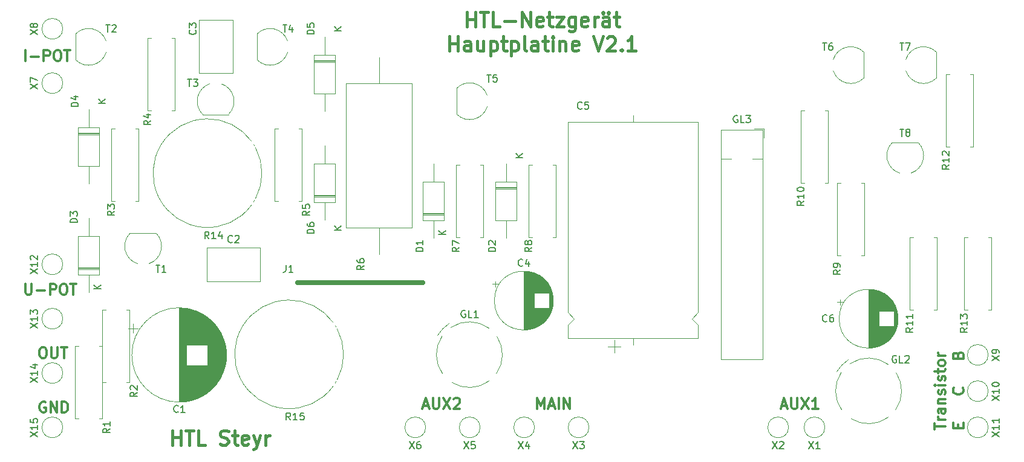
<source format=gbr>
G04 #@! TF.GenerationSoftware,KiCad,Pcbnew,5.1.7-a382d34a8~87~ubuntu20.04.1*
G04 #@! TF.CreationDate,2020-11-19T22:53:55+01:00*
G04 #@! TF.ProjectId,HTL Netzger_t,48544c20-4e65-4747-9a67-6572e4742e6b,V2.1*
G04 #@! TF.SameCoordinates,PX4b045ecPY8378e28*
G04 #@! TF.FileFunction,Legend,Top*
G04 #@! TF.FilePolarity,Positive*
%FSLAX46Y46*%
G04 Gerber Fmt 4.6, Leading zero omitted, Abs format (unit mm)*
G04 Created by KiCad (PCBNEW 5.1.7-a382d34a8~87~ubuntu20.04.1) date 2020-11-19 22:53:55*
%MOMM*%
%LPD*%
G01*
G04 APERTURE LIST*
%ADD10C,0.400000*%
%ADD11C,0.300000*%
%ADD12C,0.120000*%
%ADD13C,0.700000*%
%ADD14C,0.150000*%
G04 APERTURE END LIST*
D10*
X21908333Y2635239D02*
X21908333Y4635239D01*
X21908333Y3682858D02*
X23051190Y3682858D01*
X23051190Y2635239D02*
X23051190Y4635239D01*
X23717857Y4635239D02*
X24860714Y4635239D01*
X24289285Y2635239D02*
X24289285Y4635239D01*
X26479761Y2635239D02*
X25527380Y2635239D01*
X25527380Y4635239D01*
X28575000Y2730477D02*
X28860714Y2635239D01*
X29336904Y2635239D01*
X29527380Y2730477D01*
X29622619Y2825715D01*
X29717857Y3016191D01*
X29717857Y3206667D01*
X29622619Y3397143D01*
X29527380Y3492381D01*
X29336904Y3587620D01*
X28955952Y3682858D01*
X28765476Y3778096D01*
X28670238Y3873334D01*
X28575000Y4063810D01*
X28575000Y4254286D01*
X28670238Y4444762D01*
X28765476Y4540000D01*
X28955952Y4635239D01*
X29432142Y4635239D01*
X29717857Y4540000D01*
X30289285Y3968572D02*
X31051190Y3968572D01*
X30575000Y4635239D02*
X30575000Y2920953D01*
X30670238Y2730477D01*
X30860714Y2635239D01*
X31051190Y2635239D01*
X32479761Y2730477D02*
X32289285Y2635239D01*
X31908333Y2635239D01*
X31717857Y2730477D01*
X31622619Y2920953D01*
X31622619Y3682858D01*
X31717857Y3873334D01*
X31908333Y3968572D01*
X32289285Y3968572D01*
X32479761Y3873334D01*
X32575000Y3682858D01*
X32575000Y3492381D01*
X31622619Y3301905D01*
X33241666Y3968572D02*
X33717857Y2635239D01*
X34194047Y3968572D02*
X33717857Y2635239D01*
X33527380Y2159048D01*
X33432142Y2063810D01*
X33241666Y1968572D01*
X34955952Y2635239D02*
X34955952Y3968572D01*
X34955952Y3587620D02*
X35051190Y3778096D01*
X35146428Y3873334D01*
X35336904Y3968572D01*
X35527380Y3968572D01*
X63136190Y61280239D02*
X63136190Y63280239D01*
X63136190Y62327858D02*
X64279047Y62327858D01*
X64279047Y61280239D02*
X64279047Y63280239D01*
X64945714Y63280239D02*
X66088571Y63280239D01*
X65517142Y61280239D02*
X65517142Y63280239D01*
X67707619Y61280239D02*
X66755238Y61280239D01*
X66755238Y63280239D01*
X68374285Y62042143D02*
X69898095Y62042143D01*
X70850476Y61280239D02*
X70850476Y63280239D01*
X71993333Y61280239D01*
X71993333Y63280239D01*
X73707619Y61375477D02*
X73517142Y61280239D01*
X73136190Y61280239D01*
X72945714Y61375477D01*
X72850476Y61565953D01*
X72850476Y62327858D01*
X72945714Y62518334D01*
X73136190Y62613572D01*
X73517142Y62613572D01*
X73707619Y62518334D01*
X73802857Y62327858D01*
X73802857Y62137381D01*
X72850476Y61946905D01*
X74374285Y62613572D02*
X75136190Y62613572D01*
X74660000Y63280239D02*
X74660000Y61565953D01*
X74755238Y61375477D01*
X74945714Y61280239D01*
X75136190Y61280239D01*
X75612380Y62613572D02*
X76660000Y62613572D01*
X75612380Y61280239D01*
X76660000Y61280239D01*
X78279047Y62613572D02*
X78279047Y60994524D01*
X78183809Y60804048D01*
X78088571Y60708810D01*
X77898095Y60613572D01*
X77612380Y60613572D01*
X77421904Y60708810D01*
X78279047Y61375477D02*
X78088571Y61280239D01*
X77707619Y61280239D01*
X77517142Y61375477D01*
X77421904Y61470715D01*
X77326666Y61661191D01*
X77326666Y62232620D01*
X77421904Y62423096D01*
X77517142Y62518334D01*
X77707619Y62613572D01*
X78088571Y62613572D01*
X78279047Y62518334D01*
X79993333Y61375477D02*
X79802857Y61280239D01*
X79421904Y61280239D01*
X79231428Y61375477D01*
X79136190Y61565953D01*
X79136190Y62327858D01*
X79231428Y62518334D01*
X79421904Y62613572D01*
X79802857Y62613572D01*
X79993333Y62518334D01*
X80088571Y62327858D01*
X80088571Y62137381D01*
X79136190Y61946905D01*
X80945714Y61280239D02*
X80945714Y62613572D01*
X80945714Y62232620D02*
X81040952Y62423096D01*
X81136190Y62518334D01*
X81326666Y62613572D01*
X81517142Y62613572D01*
X83040952Y61280239D02*
X83040952Y62327858D01*
X82945714Y62518334D01*
X82755238Y62613572D01*
X82374285Y62613572D01*
X82183809Y62518334D01*
X83040952Y61375477D02*
X82850476Y61280239D01*
X82374285Y61280239D01*
X82183809Y61375477D01*
X82088571Y61565953D01*
X82088571Y61756429D01*
X82183809Y61946905D01*
X82374285Y62042143D01*
X82850476Y62042143D01*
X83040952Y62137381D01*
X82183809Y63280239D02*
X82279047Y63185000D01*
X82183809Y63089762D01*
X82088571Y63185000D01*
X82183809Y63280239D01*
X82183809Y63089762D01*
X82945714Y63280239D02*
X83040952Y63185000D01*
X82945714Y63089762D01*
X82850476Y63185000D01*
X82945714Y63280239D01*
X82945714Y63089762D01*
X83707619Y62613572D02*
X84469523Y62613572D01*
X83993333Y63280239D02*
X83993333Y61565953D01*
X84088571Y61375477D01*
X84279047Y61280239D01*
X84469523Y61280239D01*
X60660000Y57880239D02*
X60660000Y59880239D01*
X60660000Y58927858D02*
X61802857Y58927858D01*
X61802857Y57880239D02*
X61802857Y59880239D01*
X63612380Y57880239D02*
X63612380Y58927858D01*
X63517142Y59118334D01*
X63326666Y59213572D01*
X62945714Y59213572D01*
X62755238Y59118334D01*
X63612380Y57975477D02*
X63421904Y57880239D01*
X62945714Y57880239D01*
X62755238Y57975477D01*
X62660000Y58165953D01*
X62660000Y58356429D01*
X62755238Y58546905D01*
X62945714Y58642143D01*
X63421904Y58642143D01*
X63612380Y58737381D01*
X65421904Y59213572D02*
X65421904Y57880239D01*
X64564761Y59213572D02*
X64564761Y58165953D01*
X64660000Y57975477D01*
X64850476Y57880239D01*
X65136190Y57880239D01*
X65326666Y57975477D01*
X65421904Y58070715D01*
X66374285Y59213572D02*
X66374285Y57213572D01*
X66374285Y59118334D02*
X66564761Y59213572D01*
X66945714Y59213572D01*
X67136190Y59118334D01*
X67231428Y59023096D01*
X67326666Y58832620D01*
X67326666Y58261191D01*
X67231428Y58070715D01*
X67136190Y57975477D01*
X66945714Y57880239D01*
X66564761Y57880239D01*
X66374285Y57975477D01*
X67898095Y59213572D02*
X68660000Y59213572D01*
X68183809Y59880239D02*
X68183809Y58165953D01*
X68279047Y57975477D01*
X68469523Y57880239D01*
X68660000Y57880239D01*
X69326666Y59213572D02*
X69326666Y57213572D01*
X69326666Y59118334D02*
X69517142Y59213572D01*
X69898095Y59213572D01*
X70088571Y59118334D01*
X70183809Y59023096D01*
X70279047Y58832620D01*
X70279047Y58261191D01*
X70183809Y58070715D01*
X70088571Y57975477D01*
X69898095Y57880239D01*
X69517142Y57880239D01*
X69326666Y57975477D01*
X71421904Y57880239D02*
X71231428Y57975477D01*
X71136190Y58165953D01*
X71136190Y59880239D01*
X73040952Y57880239D02*
X73040952Y58927858D01*
X72945714Y59118334D01*
X72755238Y59213572D01*
X72374285Y59213572D01*
X72183809Y59118334D01*
X73040952Y57975477D02*
X72850476Y57880239D01*
X72374285Y57880239D01*
X72183809Y57975477D01*
X72088571Y58165953D01*
X72088571Y58356429D01*
X72183809Y58546905D01*
X72374285Y58642143D01*
X72850476Y58642143D01*
X73040952Y58737381D01*
X73707619Y59213572D02*
X74469523Y59213572D01*
X73993333Y59880239D02*
X73993333Y58165953D01*
X74088571Y57975477D01*
X74279047Y57880239D01*
X74469523Y57880239D01*
X75136190Y57880239D02*
X75136190Y59213572D01*
X75136190Y59880239D02*
X75040952Y59785000D01*
X75136190Y59689762D01*
X75231428Y59785000D01*
X75136190Y59880239D01*
X75136190Y59689762D01*
X76088571Y59213572D02*
X76088571Y57880239D01*
X76088571Y59023096D02*
X76183809Y59118334D01*
X76374285Y59213572D01*
X76660000Y59213572D01*
X76850476Y59118334D01*
X76945714Y58927858D01*
X76945714Y57880239D01*
X78660000Y57975477D02*
X78469523Y57880239D01*
X78088571Y57880239D01*
X77898095Y57975477D01*
X77802857Y58165953D01*
X77802857Y58927858D01*
X77898095Y59118334D01*
X78088571Y59213572D01*
X78469523Y59213572D01*
X78660000Y59118334D01*
X78755238Y58927858D01*
X78755238Y58737381D01*
X77802857Y58546905D01*
X80850476Y59880239D02*
X81517142Y57880239D01*
X82183809Y59880239D01*
X82755238Y59689762D02*
X82850476Y59785000D01*
X83040952Y59880239D01*
X83517142Y59880239D01*
X83707619Y59785000D01*
X83802857Y59689762D01*
X83898095Y59499286D01*
X83898095Y59308810D01*
X83802857Y59023096D01*
X82660000Y57880239D01*
X83898095Y57880239D01*
X84755238Y58070715D02*
X84850476Y57975477D01*
X84755238Y57880239D01*
X84660000Y57975477D01*
X84755238Y58070715D01*
X84755238Y57880239D01*
X86755238Y57880239D02*
X85612380Y57880239D01*
X86183809Y57880239D02*
X86183809Y59880239D01*
X85993333Y59594524D01*
X85802857Y59404048D01*
X85612380Y59308810D01*
D11*
X1314142Y56459429D02*
X1314142Y57959429D01*
X2028428Y57030858D02*
X3171285Y57030858D01*
X3885571Y56459429D02*
X3885571Y57959429D01*
X4457000Y57959429D01*
X4599857Y57888000D01*
X4671285Y57816572D01*
X4742714Y57673715D01*
X4742714Y57459429D01*
X4671285Y57316572D01*
X4599857Y57245143D01*
X4457000Y57173715D01*
X3885571Y57173715D01*
X5671285Y57959429D02*
X5957000Y57959429D01*
X6099857Y57888000D01*
X6242714Y57745143D01*
X6314142Y57459429D01*
X6314142Y56959429D01*
X6242714Y56673715D01*
X6099857Y56530858D01*
X5957000Y56459429D01*
X5671285Y56459429D01*
X5528428Y56530858D01*
X5385571Y56673715D01*
X5314142Y56959429D01*
X5314142Y57459429D01*
X5385571Y57745143D01*
X5528428Y57888000D01*
X5671285Y57959429D01*
X6742714Y57959429D02*
X7599857Y57959429D01*
X7171285Y56459429D02*
X7171285Y57959429D01*
X1314142Y25193429D02*
X1314142Y23979143D01*
X1385571Y23836286D01*
X1457000Y23764858D01*
X1599857Y23693429D01*
X1885571Y23693429D01*
X2028428Y23764858D01*
X2099857Y23836286D01*
X2171285Y23979143D01*
X2171285Y25193429D01*
X2885571Y24264858D02*
X4028428Y24264858D01*
X4742714Y23693429D02*
X4742714Y25193429D01*
X5314142Y25193429D01*
X5457000Y25122000D01*
X5528428Y25050572D01*
X5599857Y24907715D01*
X5599857Y24693429D01*
X5528428Y24550572D01*
X5457000Y24479143D01*
X5314142Y24407715D01*
X4742714Y24407715D01*
X6528428Y25193429D02*
X6814142Y25193429D01*
X6957000Y25122000D01*
X7099857Y24979143D01*
X7171285Y24693429D01*
X7171285Y24193429D01*
X7099857Y23907715D01*
X6957000Y23764858D01*
X6814142Y23693429D01*
X6528428Y23693429D01*
X6385571Y23764858D01*
X6242714Y23907715D01*
X6171285Y24193429D01*
X6171285Y24693429D01*
X6242714Y24979143D01*
X6385571Y25122000D01*
X6528428Y25193429D01*
X7599857Y25193429D02*
X8457000Y25193429D01*
X8028428Y23693429D02*
X8028428Y25193429D01*
X3631857Y16303429D02*
X3917571Y16303429D01*
X4060428Y16232000D01*
X4203285Y16089143D01*
X4274714Y15803429D01*
X4274714Y15303429D01*
X4203285Y15017715D01*
X4060428Y14874858D01*
X3917571Y14803429D01*
X3631857Y14803429D01*
X3489000Y14874858D01*
X3346142Y15017715D01*
X3274714Y15303429D01*
X3274714Y15803429D01*
X3346142Y16089143D01*
X3489000Y16232000D01*
X3631857Y16303429D01*
X4917571Y16303429D02*
X4917571Y15089143D01*
X4989000Y14946286D01*
X5060428Y14874858D01*
X5203285Y14803429D01*
X5489000Y14803429D01*
X5631857Y14874858D01*
X5703285Y14946286D01*
X5774714Y15089143D01*
X5774714Y16303429D01*
X6274714Y16303429D02*
X7131857Y16303429D01*
X6703285Y14803429D02*
X6703285Y16303429D01*
X4131857Y8612000D02*
X3989000Y8683429D01*
X3774714Y8683429D01*
X3560428Y8612000D01*
X3417571Y8469143D01*
X3346142Y8326286D01*
X3274714Y8040572D01*
X3274714Y7826286D01*
X3346142Y7540572D01*
X3417571Y7397715D01*
X3560428Y7254858D01*
X3774714Y7183429D01*
X3917571Y7183429D01*
X4131857Y7254858D01*
X4203285Y7326286D01*
X4203285Y7826286D01*
X3917571Y7826286D01*
X4846142Y7183429D02*
X4846142Y8683429D01*
X5703285Y7183429D01*
X5703285Y8683429D01*
X6417571Y7183429D02*
X6417571Y8683429D01*
X6774714Y8683429D01*
X6989000Y8612000D01*
X7131857Y8469143D01*
X7203285Y8326286D01*
X7274714Y8040572D01*
X7274714Y7826286D01*
X7203285Y7540572D01*
X7131857Y7397715D01*
X6989000Y7254858D01*
X6774714Y7183429D01*
X6417571Y7183429D01*
X72942142Y7691429D02*
X72942142Y9191429D01*
X73442142Y8120000D01*
X73942142Y9191429D01*
X73942142Y7691429D01*
X74585000Y8120000D02*
X75299285Y8120000D01*
X74442142Y7691429D02*
X74942142Y9191429D01*
X75442142Y7691429D01*
X75942142Y7691429D02*
X75942142Y9191429D01*
X76656428Y7691429D02*
X76656428Y9191429D01*
X77513571Y7691429D01*
X77513571Y9191429D01*
X56995714Y8120000D02*
X57710000Y8120000D01*
X56852857Y7691429D02*
X57352857Y9191429D01*
X57852857Y7691429D01*
X58352857Y9191429D02*
X58352857Y7977143D01*
X58424285Y7834286D01*
X58495714Y7762858D01*
X58638571Y7691429D01*
X58924285Y7691429D01*
X59067142Y7762858D01*
X59138571Y7834286D01*
X59210000Y7977143D01*
X59210000Y9191429D01*
X59781428Y9191429D02*
X60781428Y7691429D01*
X60781428Y9191429D02*
X59781428Y7691429D01*
X61281428Y9048572D02*
X61352857Y9120000D01*
X61495714Y9191429D01*
X61852857Y9191429D01*
X61995714Y9120000D01*
X62067142Y9048572D01*
X62138571Y8905715D01*
X62138571Y8762858D01*
X62067142Y8548572D01*
X61210000Y7691429D01*
X62138571Y7691429D01*
X107160714Y8120000D02*
X107875000Y8120000D01*
X107017857Y7691429D02*
X107517857Y9191429D01*
X108017857Y7691429D01*
X108517857Y9191429D02*
X108517857Y7977143D01*
X108589285Y7834286D01*
X108660714Y7762858D01*
X108803571Y7691429D01*
X109089285Y7691429D01*
X109232142Y7762858D01*
X109303571Y7834286D01*
X109375000Y7977143D01*
X109375000Y9191429D01*
X109946428Y9191429D02*
X110946428Y7691429D01*
X110946428Y9191429D02*
X109946428Y7691429D01*
X112303571Y7691429D02*
X111446428Y7691429D01*
X111875000Y7691429D02*
X111875000Y9191429D01*
X111732142Y8977143D01*
X111589285Y8834286D01*
X111446428Y8762858D01*
X128593571Y4782858D02*
X128593571Y5640000D01*
X130093571Y5211429D02*
X128593571Y5211429D01*
X130093571Y6140000D02*
X129093571Y6140000D01*
X129379285Y6140000D02*
X129236428Y6211429D01*
X129165000Y6282858D01*
X129093571Y6425715D01*
X129093571Y6568572D01*
X130093571Y7711429D02*
X129307857Y7711429D01*
X129165000Y7640000D01*
X129093571Y7497143D01*
X129093571Y7211429D01*
X129165000Y7068572D01*
X130022142Y7711429D02*
X130093571Y7568572D01*
X130093571Y7211429D01*
X130022142Y7068572D01*
X129879285Y6997143D01*
X129736428Y6997143D01*
X129593571Y7068572D01*
X129522142Y7211429D01*
X129522142Y7568572D01*
X129450714Y7711429D01*
X129093571Y8425715D02*
X130093571Y8425715D01*
X129236428Y8425715D02*
X129165000Y8497143D01*
X129093571Y8640000D01*
X129093571Y8854286D01*
X129165000Y8997143D01*
X129307857Y9068572D01*
X130093571Y9068572D01*
X130022142Y9711429D02*
X130093571Y9854286D01*
X130093571Y10140000D01*
X130022142Y10282858D01*
X129879285Y10354286D01*
X129807857Y10354286D01*
X129665000Y10282858D01*
X129593571Y10140000D01*
X129593571Y9925715D01*
X129522142Y9782858D01*
X129379285Y9711429D01*
X129307857Y9711429D01*
X129165000Y9782858D01*
X129093571Y9925715D01*
X129093571Y10140000D01*
X129165000Y10282858D01*
X130093571Y10997143D02*
X129093571Y10997143D01*
X128593571Y10997143D02*
X128665000Y10925715D01*
X128736428Y10997143D01*
X128665000Y11068572D01*
X128593571Y10997143D01*
X128736428Y10997143D01*
X130022142Y11640000D02*
X130093571Y11782858D01*
X130093571Y12068572D01*
X130022142Y12211429D01*
X129879285Y12282858D01*
X129807857Y12282858D01*
X129665000Y12211429D01*
X129593571Y12068572D01*
X129593571Y11854286D01*
X129522142Y11711429D01*
X129379285Y11640000D01*
X129307857Y11640000D01*
X129165000Y11711429D01*
X129093571Y11854286D01*
X129093571Y12068572D01*
X129165000Y12211429D01*
X129093571Y12711429D02*
X129093571Y13282858D01*
X128593571Y12925715D02*
X129879285Y12925715D01*
X130022142Y12997143D01*
X130093571Y13140000D01*
X130093571Y13282858D01*
X130093571Y13997143D02*
X130022142Y13854286D01*
X129950714Y13782858D01*
X129807857Y13711429D01*
X129379285Y13711429D01*
X129236428Y13782858D01*
X129165000Y13854286D01*
X129093571Y13997143D01*
X129093571Y14211429D01*
X129165000Y14354286D01*
X129236428Y14425715D01*
X129379285Y14497143D01*
X129807857Y14497143D01*
X129950714Y14425715D01*
X130022142Y14354286D01*
X130093571Y14211429D01*
X130093571Y13997143D01*
X130093571Y15140000D02*
X129093571Y15140000D01*
X129379285Y15140000D02*
X129236428Y15211429D01*
X129165000Y15282858D01*
X129093571Y15425715D01*
X129093571Y15568572D01*
X131857857Y4997143D02*
X131857857Y5497143D01*
X132643571Y5711429D02*
X132643571Y4997143D01*
X131143571Y4997143D01*
X131143571Y5711429D01*
X132500714Y10640000D02*
X132572142Y10568572D01*
X132643571Y10354286D01*
X132643571Y10211429D01*
X132572142Y9997143D01*
X132429285Y9854286D01*
X132286428Y9782858D01*
X132000714Y9711429D01*
X131786428Y9711429D01*
X131500714Y9782858D01*
X131357857Y9854286D01*
X131215000Y9997143D01*
X131143571Y10211429D01*
X131143571Y10354286D01*
X131215000Y10568572D01*
X131286428Y10640000D01*
X131857857Y15211429D02*
X131929285Y15425715D01*
X132000714Y15497143D01*
X132143571Y15568572D01*
X132357857Y15568572D01*
X132500714Y15497143D01*
X132572142Y15425715D01*
X132643571Y15282858D01*
X132643571Y14711429D01*
X131143571Y14711429D01*
X131143571Y15211429D01*
X131215000Y15354286D01*
X131286428Y15425715D01*
X131429285Y15497143D01*
X131572142Y15497143D01*
X131715000Y15425715D01*
X131786428Y15354286D01*
X131857857Y15211429D01*
X131857857Y14711429D01*
D12*
X136538900Y31738600D02*
X136058900Y31738600D01*
X136538900Y21598600D02*
X136538900Y31738600D01*
X136058900Y21598600D02*
X136538900Y21598600D01*
X132698900Y31738600D02*
X133178900Y31738600D01*
X132698900Y21598600D02*
X132698900Y31738600D01*
X133178900Y21598600D02*
X132698900Y21598600D01*
X130158900Y44458600D02*
X130638900Y44458600D01*
X130158900Y54598600D02*
X130158900Y44458600D01*
X130638900Y54598600D02*
X130158900Y54598600D01*
X133998900Y44458600D02*
X133518900Y44458600D01*
X133998900Y54598600D02*
X133998900Y44458600D01*
X133518900Y54598600D02*
X133998900Y54598600D01*
X128918900Y31738600D02*
X128438900Y31738600D01*
X128918900Y21598600D02*
X128918900Y31738600D01*
X128438900Y21598600D02*
X128918900Y21598600D01*
X125078900Y31738600D02*
X125558900Y31738600D01*
X125078900Y21598600D02*
X125078900Y31738600D01*
X125558900Y21598600D02*
X125078900Y21598600D01*
X109838900Y39378600D02*
X110318900Y39378600D01*
X109838900Y49518600D02*
X109838900Y39378600D01*
X110318900Y49518600D02*
X109838900Y49518600D01*
X113678900Y39378600D02*
X113198900Y39378600D01*
X113678900Y49518600D02*
X113678900Y39378600D01*
X113198900Y49518600D02*
X113678900Y49518600D01*
X118758900Y39360000D02*
X118278900Y39360000D01*
X118758900Y29220000D02*
X118758900Y39360000D01*
X118278900Y29220000D02*
X118758900Y29220000D01*
X114918900Y39360000D02*
X115398900Y39360000D01*
X114918900Y29220000D02*
X114918900Y39360000D01*
X115398900Y29220000D02*
X114918900Y29220000D01*
X71738900Y31758600D02*
X72218900Y31758600D01*
X71738900Y41898600D02*
X71738900Y31758600D01*
X72218900Y41898600D02*
X71738900Y41898600D01*
X75578900Y31758600D02*
X75098900Y31758600D01*
X75578900Y41898600D02*
X75578900Y31758600D01*
X75098900Y41898600D02*
X75578900Y41898600D01*
X65418900Y41898600D02*
X64938900Y41898600D01*
X65418900Y31758600D02*
X65418900Y41898600D01*
X64938900Y31758600D02*
X65418900Y31758600D01*
X61578900Y41898600D02*
X62058900Y41898600D01*
X61578900Y31758600D02*
X61578900Y41898600D01*
X62058900Y31758600D02*
X61578900Y31758600D01*
X40018900Y46978600D02*
X39538900Y46978600D01*
X40018900Y36838600D02*
X40018900Y46978600D01*
X39538900Y36838600D02*
X40018900Y36838600D01*
X36178900Y46978600D02*
X36658900Y46978600D01*
X36178900Y36838600D02*
X36178900Y46978600D01*
X36658900Y36838600D02*
X36178900Y36838600D01*
X22238900Y59678600D02*
X21758900Y59678600D01*
X22238900Y49538600D02*
X22238900Y59678600D01*
X21758900Y49538600D02*
X22238900Y49538600D01*
X18398900Y59678600D02*
X18878900Y59678600D01*
X18398900Y49538600D02*
X18398900Y59678600D01*
X18878900Y49538600D02*
X18398900Y49538600D01*
X17158900Y46978600D02*
X16678900Y46978600D01*
X17158900Y36838600D02*
X17158900Y46978600D01*
X16678900Y36838600D02*
X17158900Y36838600D01*
X13318900Y46978600D02*
X13798900Y46978600D01*
X13318900Y36838600D02*
X13318900Y46978600D01*
X13798900Y36838600D02*
X13318900Y36838600D01*
X15888900Y21578600D02*
X15408900Y21578600D01*
X15888900Y11438600D02*
X15888900Y21578600D01*
X15408900Y11438600D02*
X15888900Y11438600D01*
X12048900Y21578600D02*
X12528900Y21578600D01*
X12048900Y11438600D02*
X12048900Y21578600D01*
X12528900Y11438600D02*
X12048900Y11438600D01*
X12078900Y16498600D02*
X11598900Y16498600D01*
X12078900Y6358600D02*
X12078900Y16498600D01*
X11598900Y6358600D02*
X12078900Y6358600D01*
X8238900Y16498600D02*
X8718900Y16498600D01*
X8238900Y6358600D02*
X8238900Y16498600D01*
X8718900Y6358600D02*
X8238900Y6358600D01*
X26657936Y48338547D02*
G75*
G02*
X32955000Y45198000I132064J-7618547D01*
G01*
X33252048Y44756982D02*
G75*
G02*
X33389000Y44529000I-6462048J-4036982D01*
G01*
X33517987Y44296144D02*
G75*
G02*
X33517000Y37142000I-6727987J-3576144D01*
G01*
X33387989Y36909945D02*
G75*
G02*
X33251000Y36682000I-6597989J3810055D01*
G01*
X32954709Y36241076D02*
G75*
G02*
X26790000Y48340000I-6164709J4478924D01*
G01*
X38086836Y22937147D02*
G75*
G02*
X44383900Y19796600I132064J-7618547D01*
G01*
X44680948Y19355582D02*
G75*
G02*
X44817900Y19127600I-6462048J-4036982D01*
G01*
X44946887Y18894744D02*
G75*
G02*
X44945900Y11740600I-6727987J-3576144D01*
G01*
X44816889Y11508545D02*
G75*
G02*
X44679900Y11280600I-6597989J3810055D01*
G01*
X44383609Y10839676D02*
G75*
G02*
X38218900Y22938600I-6164709J4478924D01*
G01*
X16384331Y19603600D02*
X16384331Y18303600D01*
X15734331Y18953600D02*
X17034331Y18953600D01*
X29419900Y15713600D02*
X29419900Y14763600D01*
X29379900Y16088600D02*
X29379900Y14388600D01*
X29339900Y16345600D02*
X29339900Y14131600D01*
X29299900Y16553600D02*
X29299900Y13923600D01*
X29259900Y16732600D02*
X29259900Y13744600D01*
X29219900Y16891600D02*
X29219900Y13585600D01*
X29179900Y17036600D02*
X29179900Y13440600D01*
X29139900Y17169600D02*
X29139900Y13307600D01*
X29099900Y17293600D02*
X29099900Y13183600D01*
X29059900Y17409600D02*
X29059900Y13067600D01*
X29019900Y17519600D02*
X29019900Y12957600D01*
X28979900Y17623600D02*
X28979900Y12853600D01*
X28939900Y17722600D02*
X28939900Y12754600D01*
X28899900Y17817600D02*
X28899900Y12659600D01*
X28859900Y17908600D02*
X28859900Y12568600D01*
X28819900Y17996600D02*
X28819900Y12480600D01*
X28779900Y18080600D02*
X28779900Y12396600D01*
X28739900Y18161600D02*
X28739900Y12315600D01*
X28699900Y18240600D02*
X28699900Y12236600D01*
X28659900Y18316600D02*
X28659900Y12160600D01*
X28619900Y18390600D02*
X28619900Y12086600D01*
X28579900Y18461600D02*
X28579900Y12015600D01*
X28539900Y18531600D02*
X28539900Y11945600D01*
X28499900Y18599600D02*
X28499900Y11877600D01*
X28459900Y18665600D02*
X28459900Y11811600D01*
X28419900Y18729600D02*
X28419900Y11747600D01*
X28379900Y18792600D02*
X28379900Y11684600D01*
X28339900Y18853600D02*
X28339900Y11623600D01*
X28299900Y18913600D02*
X28299900Y11563600D01*
X28259900Y18971600D02*
X28259900Y11505600D01*
X28219900Y19028600D02*
X28219900Y11448600D01*
X28179900Y19084600D02*
X28179900Y11392600D01*
X28139900Y19138600D02*
X28139900Y11338600D01*
X28099900Y19192600D02*
X28099900Y11284600D01*
X28059900Y19244600D02*
X28059900Y11232600D01*
X28019900Y19295600D02*
X28019900Y11181600D01*
X27979900Y19346600D02*
X27979900Y11130600D01*
X27939900Y19395600D02*
X27939900Y11081600D01*
X27899900Y19443600D02*
X27899900Y11033600D01*
X27859900Y19491600D02*
X27859900Y10985600D01*
X27819900Y19537600D02*
X27819900Y10939600D01*
X27779900Y19583600D02*
X27779900Y10893600D01*
X27739900Y19628600D02*
X27739900Y10848600D01*
X27699900Y19672600D02*
X27699900Y10804600D01*
X27659900Y19715600D02*
X27659900Y10761600D01*
X27619900Y19757600D02*
X27619900Y10719600D01*
X27579900Y19799600D02*
X27579900Y10677600D01*
X27539900Y19840600D02*
X27539900Y10636600D01*
X27499900Y19881600D02*
X27499900Y10595600D01*
X27459900Y19920600D02*
X27459900Y10556600D01*
X27419900Y19959600D02*
X27419900Y10517600D01*
X27379900Y19998600D02*
X27379900Y10478600D01*
X27339900Y20035600D02*
X27339900Y10441600D01*
X27299900Y20072600D02*
X27299900Y10404600D01*
X27259900Y20109600D02*
X27259900Y10367600D01*
X27219900Y20145600D02*
X27219900Y10331600D01*
X27179900Y20180600D02*
X27179900Y10296600D01*
X27139900Y20215600D02*
X27139900Y10261600D01*
X27099900Y20249600D02*
X27099900Y10227600D01*
X27059900Y20282600D02*
X27059900Y10194600D01*
X27019900Y20316600D02*
X27019900Y10160600D01*
X26979900Y20348600D02*
X26979900Y10128600D01*
X26939900Y20380600D02*
X26939900Y10096600D01*
X26899900Y20412600D02*
X26899900Y10064600D01*
X26859900Y20443600D02*
X26859900Y10033600D01*
X26819900Y20473600D02*
X26819900Y10003600D01*
X26779900Y20503600D02*
X26779900Y9973600D01*
X26739900Y13798600D02*
X26739900Y9943600D01*
X26739900Y20533600D02*
X26739900Y16678600D01*
X26699900Y13798600D02*
X26699900Y9914600D01*
X26699900Y20562600D02*
X26699900Y16678600D01*
X26659900Y13798600D02*
X26659900Y9885600D01*
X26659900Y20591600D02*
X26659900Y16678600D01*
X26619900Y13798600D02*
X26619900Y9857600D01*
X26619900Y20619600D02*
X26619900Y16678600D01*
X26579900Y13798600D02*
X26579900Y9829600D01*
X26579900Y20647600D02*
X26579900Y16678600D01*
X26539900Y13798600D02*
X26539900Y9802600D01*
X26539900Y20674600D02*
X26539900Y16678600D01*
X26499900Y13798600D02*
X26499900Y9775600D01*
X26499900Y20701600D02*
X26499900Y16678600D01*
X26459900Y13798600D02*
X26459900Y9748600D01*
X26459900Y20728600D02*
X26459900Y16678600D01*
X26419900Y13798600D02*
X26419900Y9722600D01*
X26419900Y20754600D02*
X26419900Y16678600D01*
X26379900Y13798600D02*
X26379900Y9696600D01*
X26379900Y20780600D02*
X26379900Y16678600D01*
X26339900Y13798600D02*
X26339900Y9671600D01*
X26339900Y20805600D02*
X26339900Y16678600D01*
X26299900Y13798600D02*
X26299900Y9646600D01*
X26299900Y20830600D02*
X26299900Y16678600D01*
X26259900Y13798600D02*
X26259900Y9621600D01*
X26259900Y20855600D02*
X26259900Y16678600D01*
X26219900Y13798600D02*
X26219900Y9597600D01*
X26219900Y20879600D02*
X26219900Y16678600D01*
X26179900Y13798600D02*
X26179900Y9574600D01*
X26179900Y20902600D02*
X26179900Y16678600D01*
X26139900Y13798600D02*
X26139900Y9550600D01*
X26139900Y20926600D02*
X26139900Y16678600D01*
X26099900Y13798600D02*
X26099900Y9527600D01*
X26099900Y20949600D02*
X26099900Y16678600D01*
X26059900Y13798600D02*
X26059900Y9505600D01*
X26059900Y20971600D02*
X26059900Y16678600D01*
X26019900Y13798600D02*
X26019900Y9482600D01*
X26019900Y20994600D02*
X26019900Y16678600D01*
X25979900Y13798600D02*
X25979900Y9460600D01*
X25979900Y21016600D02*
X25979900Y16678600D01*
X25939900Y13798600D02*
X25939900Y9439600D01*
X25939900Y21037600D02*
X25939900Y16678600D01*
X25899900Y13798600D02*
X25899900Y9418600D01*
X25899900Y21058600D02*
X25899900Y16678600D01*
X25859900Y13798600D02*
X25859900Y9397600D01*
X25859900Y21079600D02*
X25859900Y16678600D01*
X25819900Y13798600D02*
X25819900Y9376600D01*
X25819900Y21100600D02*
X25819900Y16678600D01*
X25779900Y13798600D02*
X25779900Y9356600D01*
X25779900Y21120600D02*
X25779900Y16678600D01*
X25739900Y13798600D02*
X25739900Y9336600D01*
X25739900Y21140600D02*
X25739900Y16678600D01*
X25699900Y13798600D02*
X25699900Y9317600D01*
X25699900Y21159600D02*
X25699900Y16678600D01*
X25659900Y13798600D02*
X25659900Y9298600D01*
X25659900Y21178600D02*
X25659900Y16678600D01*
X25619900Y13798600D02*
X25619900Y9279600D01*
X25619900Y21197600D02*
X25619900Y16678600D01*
X25579900Y13798600D02*
X25579900Y9260600D01*
X25579900Y21216600D02*
X25579900Y16678600D01*
X25539900Y13798600D02*
X25539900Y9242600D01*
X25539900Y21234600D02*
X25539900Y16678600D01*
X25499900Y13798600D02*
X25499900Y9224600D01*
X25499900Y21252600D02*
X25499900Y16678600D01*
X25459900Y13798600D02*
X25459900Y9207600D01*
X25459900Y21269600D02*
X25459900Y16678600D01*
X25419900Y13798600D02*
X25419900Y9189600D01*
X25419900Y21287600D02*
X25419900Y16678600D01*
X25379900Y13798600D02*
X25379900Y9173600D01*
X25379900Y21303600D02*
X25379900Y16678600D01*
X25339900Y13798600D02*
X25339900Y9156600D01*
X25339900Y21320600D02*
X25339900Y16678600D01*
X25299900Y13798600D02*
X25299900Y9140600D01*
X25299900Y21336600D02*
X25299900Y16678600D01*
X25259900Y13798600D02*
X25259900Y9124600D01*
X25259900Y21352600D02*
X25259900Y16678600D01*
X25219900Y13798600D02*
X25219900Y9108600D01*
X25219900Y21368600D02*
X25219900Y16678600D01*
X25179900Y13798600D02*
X25179900Y9092600D01*
X25179900Y21384600D02*
X25179900Y16678600D01*
X25139900Y13798600D02*
X25139900Y9077600D01*
X25139900Y21399600D02*
X25139900Y16678600D01*
X25099900Y13798600D02*
X25099900Y9063600D01*
X25099900Y21413600D02*
X25099900Y16678600D01*
X25059900Y13798600D02*
X25059900Y9048600D01*
X25059900Y21428600D02*
X25059900Y16678600D01*
X25019900Y13798600D02*
X25019900Y9034600D01*
X25019900Y21442600D02*
X25019900Y16678600D01*
X24979900Y13798600D02*
X24979900Y9020600D01*
X24979900Y21456600D02*
X24979900Y16678600D01*
X24939900Y13798600D02*
X24939900Y9006600D01*
X24939900Y21470600D02*
X24939900Y16678600D01*
X24899900Y13798600D02*
X24899900Y8993600D01*
X24899900Y21483600D02*
X24899900Y16678600D01*
X24859900Y13798600D02*
X24859900Y8980600D01*
X24859900Y21496600D02*
X24859900Y16678600D01*
X24819900Y13798600D02*
X24819900Y8967600D01*
X24819900Y21509600D02*
X24819900Y16678600D01*
X24779900Y13798600D02*
X24779900Y8954600D01*
X24779900Y21522600D02*
X24779900Y16678600D01*
X24739900Y13798600D02*
X24739900Y8942600D01*
X24739900Y21534600D02*
X24739900Y16678600D01*
X24699900Y13798600D02*
X24699900Y8930600D01*
X24699900Y21546600D02*
X24699900Y16678600D01*
X24659900Y13798600D02*
X24659900Y8918600D01*
X24659900Y21558600D02*
X24659900Y16678600D01*
X24619900Y13798600D02*
X24619900Y8907600D01*
X24619900Y21569600D02*
X24619900Y16678600D01*
X24579900Y13798600D02*
X24579900Y8896600D01*
X24579900Y21580600D02*
X24579900Y16678600D01*
X24539900Y13798600D02*
X24539900Y8885600D01*
X24539900Y21591600D02*
X24539900Y16678600D01*
X24499900Y13798600D02*
X24499900Y8874600D01*
X24499900Y21602600D02*
X24499900Y16678600D01*
X24459900Y13798600D02*
X24459900Y8864600D01*
X24459900Y21612600D02*
X24459900Y16678600D01*
X24419900Y13798600D02*
X24419900Y8854600D01*
X24419900Y21622600D02*
X24419900Y16678600D01*
X24379900Y13798600D02*
X24379900Y8844600D01*
X24379900Y21632600D02*
X24379900Y16678600D01*
X24339900Y13798600D02*
X24339900Y8834600D01*
X24339900Y21642600D02*
X24339900Y16678600D01*
X24299900Y13798600D02*
X24299900Y8825600D01*
X24299900Y21651600D02*
X24299900Y16678600D01*
X24259900Y13798600D02*
X24259900Y8816600D01*
X24259900Y21660600D02*
X24259900Y16678600D01*
X24219900Y13798600D02*
X24219900Y8807600D01*
X24219900Y21669600D02*
X24219900Y16678600D01*
X24179900Y13798600D02*
X24179900Y8799600D01*
X24179900Y21677600D02*
X24179900Y16678600D01*
X24139900Y13798600D02*
X24139900Y8790600D01*
X24139900Y21686600D02*
X24139900Y16678600D01*
X24099900Y13798600D02*
X24099900Y8782600D01*
X24099900Y21694600D02*
X24099900Y16678600D01*
X24059900Y13798600D02*
X24059900Y8775600D01*
X24059900Y21701600D02*
X24059900Y16678600D01*
X24019900Y13798600D02*
X24019900Y8767600D01*
X24019900Y21709600D02*
X24019900Y16678600D01*
X23979900Y13798600D02*
X23979900Y8760600D01*
X23979900Y21716600D02*
X23979900Y16678600D01*
X23939900Y13798600D02*
X23939900Y8753600D01*
X23939900Y21723600D02*
X23939900Y16678600D01*
X23899900Y13798600D02*
X23899900Y8746600D01*
X23899900Y21730600D02*
X23899900Y16678600D01*
X23859900Y21736600D02*
X23859900Y8740600D01*
X23819900Y21743600D02*
X23819900Y8733600D01*
X23779900Y21749600D02*
X23779900Y8727600D01*
X23739900Y21754600D02*
X23739900Y8722600D01*
X23699900Y21760600D02*
X23699900Y8716600D01*
X23659900Y21765600D02*
X23659900Y8711600D01*
X23619900Y21770600D02*
X23619900Y8706600D01*
X23579900Y21775600D02*
X23579900Y8701600D01*
X23539900Y21779600D02*
X23539900Y8697600D01*
X23498900Y21783600D02*
X23498900Y8693600D01*
X23458900Y21787600D02*
X23458900Y8689600D01*
X23418900Y21791600D02*
X23418900Y8685600D01*
X23378900Y21795600D02*
X23378900Y8681600D01*
X23338900Y21798600D02*
X23338900Y8678600D01*
X23298900Y21801600D02*
X23298900Y8675600D01*
X23258900Y21804600D02*
X23258900Y8672600D01*
X23218900Y21806600D02*
X23218900Y8670600D01*
X23178900Y21809600D02*
X23178900Y8667600D01*
X23138900Y21811600D02*
X23138900Y8665600D01*
X23098900Y21813600D02*
X23098900Y8663600D01*
X23058900Y21814600D02*
X23058900Y8662600D01*
X23018900Y21815600D02*
X23018900Y8661600D01*
X22978900Y21817600D02*
X22978900Y8659600D01*
X22938900Y21817600D02*
X22938900Y8659600D01*
X22898900Y21818600D02*
X22898900Y8658600D01*
X22858900Y21818600D02*
X22858900Y8658600D01*
X22818900Y21818600D02*
X22818900Y8658600D01*
X29438900Y15238600D02*
G75*
G03*
X29438900Y15238600I-6620000J0D01*
G01*
X67069202Y25573600D02*
X67069202Y24773600D01*
X66669202Y25173600D02*
X67469202Y25173600D01*
X75159900Y23391600D02*
X75159900Y22325600D01*
X75119900Y23626600D02*
X75119900Y22090600D01*
X75079900Y23806600D02*
X75079900Y21910600D01*
X75039900Y23956600D02*
X75039900Y21760600D01*
X74999900Y24087600D02*
X74999900Y21629600D01*
X74959900Y24204600D02*
X74959900Y21512600D01*
X74919900Y24311600D02*
X74919900Y21405600D01*
X74879900Y24410600D02*
X74879900Y21306600D01*
X74839900Y24503600D02*
X74839900Y21213600D01*
X74799900Y24589600D02*
X74799900Y21127600D01*
X74759900Y24671600D02*
X74759900Y21045600D01*
X74719900Y24748600D02*
X74719900Y20968600D01*
X74679900Y24822600D02*
X74679900Y20894600D01*
X74639900Y24892600D02*
X74639900Y20824600D01*
X74599900Y21818600D02*
X74599900Y20756600D01*
X74599900Y24960600D02*
X74599900Y23898600D01*
X74559900Y21818600D02*
X74559900Y20692600D01*
X74559900Y25024600D02*
X74559900Y23898600D01*
X74519900Y21818600D02*
X74519900Y20630600D01*
X74519900Y25086600D02*
X74519900Y23898600D01*
X74479900Y21818600D02*
X74479900Y20571600D01*
X74479900Y25145600D02*
X74479900Y23898600D01*
X74439900Y21818600D02*
X74439900Y20513600D01*
X74439900Y25203600D02*
X74439900Y23898600D01*
X74399900Y21818600D02*
X74399900Y20458600D01*
X74399900Y25258600D02*
X74399900Y23898600D01*
X74359900Y21818600D02*
X74359900Y20404600D01*
X74359900Y25312600D02*
X74359900Y23898600D01*
X74319900Y21818600D02*
X74319900Y20353600D01*
X74319900Y25363600D02*
X74319900Y23898600D01*
X74279900Y21818600D02*
X74279900Y20302600D01*
X74279900Y25414600D02*
X74279900Y23898600D01*
X74239900Y21818600D02*
X74239900Y20254600D01*
X74239900Y25462600D02*
X74239900Y23898600D01*
X74199900Y21818600D02*
X74199900Y20207600D01*
X74199900Y25509600D02*
X74199900Y23898600D01*
X74159900Y21818600D02*
X74159900Y20161600D01*
X74159900Y25555600D02*
X74159900Y23898600D01*
X74119900Y21818600D02*
X74119900Y20117600D01*
X74119900Y25599600D02*
X74119900Y23898600D01*
X74079900Y21818600D02*
X74079900Y20074600D01*
X74079900Y25642600D02*
X74079900Y23898600D01*
X74039900Y21818600D02*
X74039900Y20032600D01*
X74039900Y25684600D02*
X74039900Y23898600D01*
X73999900Y21818600D02*
X73999900Y19991600D01*
X73999900Y25725600D02*
X73999900Y23898600D01*
X73959900Y21818600D02*
X73959900Y19951600D01*
X73959900Y25765600D02*
X73959900Y23898600D01*
X73919900Y21818600D02*
X73919900Y19913600D01*
X73919900Y25803600D02*
X73919900Y23898600D01*
X73879900Y21818600D02*
X73879900Y19875600D01*
X73879900Y25841600D02*
X73879900Y23898600D01*
X73839900Y21818600D02*
X73839900Y19839600D01*
X73839900Y25877600D02*
X73839900Y23898600D01*
X73799900Y21818600D02*
X73799900Y19803600D01*
X73799900Y25913600D02*
X73799900Y23898600D01*
X73759900Y21818600D02*
X73759900Y19768600D01*
X73759900Y25948600D02*
X73759900Y23898600D01*
X73719900Y21818600D02*
X73719900Y19734600D01*
X73719900Y25982600D02*
X73719900Y23898600D01*
X73679900Y21818600D02*
X73679900Y19702600D01*
X73679900Y26014600D02*
X73679900Y23898600D01*
X73639900Y21818600D02*
X73639900Y19669600D01*
X73639900Y26047600D02*
X73639900Y23898600D01*
X73599900Y21818600D02*
X73599900Y19638600D01*
X73599900Y26078600D02*
X73599900Y23898600D01*
X73559900Y21818600D02*
X73559900Y19608600D01*
X73559900Y26108600D02*
X73559900Y23898600D01*
X73519900Y21818600D02*
X73519900Y19578600D01*
X73519900Y26138600D02*
X73519900Y23898600D01*
X73479900Y21818600D02*
X73479900Y19549600D01*
X73479900Y26167600D02*
X73479900Y23898600D01*
X73439900Y21818600D02*
X73439900Y19520600D01*
X73439900Y26196600D02*
X73439900Y23898600D01*
X73399900Y21818600D02*
X73399900Y19493600D01*
X73399900Y26223600D02*
X73399900Y23898600D01*
X73359900Y21818600D02*
X73359900Y19466600D01*
X73359900Y26250600D02*
X73359900Y23898600D01*
X73319900Y21818600D02*
X73319900Y19440600D01*
X73319900Y26276600D02*
X73319900Y23898600D01*
X73279900Y21818600D02*
X73279900Y19414600D01*
X73279900Y26302600D02*
X73279900Y23898600D01*
X73239900Y21818600D02*
X73239900Y19389600D01*
X73239900Y26327600D02*
X73239900Y23898600D01*
X73199900Y21818600D02*
X73199900Y19365600D01*
X73199900Y26351600D02*
X73199900Y23898600D01*
X73159900Y21818600D02*
X73159900Y19341600D01*
X73159900Y26375600D02*
X73159900Y23898600D01*
X73119900Y21818600D02*
X73119900Y19318600D01*
X73119900Y26398600D02*
X73119900Y23898600D01*
X73079900Y21818600D02*
X73079900Y19296600D01*
X73079900Y26420600D02*
X73079900Y23898600D01*
X73039900Y21818600D02*
X73039900Y19274600D01*
X73039900Y26442600D02*
X73039900Y23898600D01*
X72999900Y21818600D02*
X72999900Y19252600D01*
X72999900Y26464600D02*
X72999900Y23898600D01*
X72959900Y21818600D02*
X72959900Y19231600D01*
X72959900Y26485600D02*
X72959900Y23898600D01*
X72919900Y21818600D02*
X72919900Y19211600D01*
X72919900Y26505600D02*
X72919900Y23898600D01*
X72879900Y21818600D02*
X72879900Y19192600D01*
X72879900Y26524600D02*
X72879900Y23898600D01*
X72839900Y21818600D02*
X72839900Y19172600D01*
X72839900Y26544600D02*
X72839900Y23898600D01*
X72799900Y21818600D02*
X72799900Y19154600D01*
X72799900Y26562600D02*
X72799900Y23898600D01*
X72759900Y21818600D02*
X72759900Y19136600D01*
X72759900Y26580600D02*
X72759900Y23898600D01*
X72719900Y21818600D02*
X72719900Y19118600D01*
X72719900Y26598600D02*
X72719900Y23898600D01*
X72679900Y21818600D02*
X72679900Y19101600D01*
X72679900Y26615600D02*
X72679900Y23898600D01*
X72639900Y21818600D02*
X72639900Y19084600D01*
X72639900Y26632600D02*
X72639900Y23898600D01*
X72599900Y21818600D02*
X72599900Y19068600D01*
X72599900Y26648600D02*
X72599900Y23898600D01*
X72559900Y21818600D02*
X72559900Y19053600D01*
X72559900Y26663600D02*
X72559900Y23898600D01*
X72519900Y26679600D02*
X72519900Y19037600D01*
X72479900Y26693600D02*
X72479900Y19023600D01*
X72439900Y26708600D02*
X72439900Y19008600D01*
X72399900Y26721600D02*
X72399900Y18995600D01*
X72359900Y26735600D02*
X72359900Y18981600D01*
X72319900Y26747600D02*
X72319900Y18969600D01*
X72279900Y26760600D02*
X72279900Y18956600D01*
X72239900Y26772600D02*
X72239900Y18944600D01*
X72199900Y26783600D02*
X72199900Y18933600D01*
X72159900Y26794600D02*
X72159900Y18922600D01*
X72119900Y26805600D02*
X72119900Y18911600D01*
X72079900Y26815600D02*
X72079900Y18901600D01*
X72039900Y26825600D02*
X72039900Y18891600D01*
X71999900Y26834600D02*
X71999900Y18882600D01*
X71959900Y26843600D02*
X71959900Y18873600D01*
X71919900Y26852600D02*
X71919900Y18864600D01*
X71879900Y26860600D02*
X71879900Y18856600D01*
X71839900Y26868600D02*
X71839900Y18848600D01*
X71799900Y26875600D02*
X71799900Y18841600D01*
X71758900Y26882600D02*
X71758900Y18834600D01*
X71718900Y26888600D02*
X71718900Y18828600D01*
X71678900Y26895600D02*
X71678900Y18821600D01*
X71638900Y26900600D02*
X71638900Y18816600D01*
X71598900Y26906600D02*
X71598900Y18810600D01*
X71558900Y26910600D02*
X71558900Y18806600D01*
X71518900Y26915600D02*
X71518900Y18801600D01*
X71478900Y26919600D02*
X71478900Y18797600D01*
X71438900Y26923600D02*
X71438900Y18793600D01*
X71398900Y26926600D02*
X71398900Y18790600D01*
X71358900Y26929600D02*
X71358900Y18787600D01*
X71318900Y26932600D02*
X71318900Y18784600D01*
X71278900Y26934600D02*
X71278900Y18782600D01*
X71238900Y26935600D02*
X71238900Y18781600D01*
X71198900Y26937600D02*
X71198900Y18779600D01*
X71158900Y26938600D02*
X71158900Y18778600D01*
X71118900Y26938600D02*
X71118900Y18778600D01*
X71078900Y26938600D02*
X71078900Y18778600D01*
X75198900Y22858600D02*
G75*
G03*
X75198900Y22858600I-4120000J0D01*
G01*
X104498900Y14578600D02*
X98698900Y14578600D01*
X98698900Y14578600D02*
X98698900Y46778600D01*
X98698900Y46778600D02*
X104498900Y46778600D01*
X104498900Y46778600D02*
X104498900Y14578600D01*
X104498900Y42728600D02*
X103098900Y42728600D01*
X98698900Y42728600D02*
X100098900Y42728600D01*
X103298900Y46978600D02*
X104698900Y46978600D01*
X104698900Y46978600D02*
X104698900Y45678600D01*
X39538900Y25398600D02*
X40388900Y25398600D01*
D13*
X39418900Y25398600D02*
X56918900Y25398600D01*
D12*
X26138900Y48948600D02*
X29738900Y48948600D01*
X29747345Y48970916D02*
G75*
G03*
X28718900Y53248600I-1808445J1827684D01*
G01*
X26127025Y48956859D02*
G75*
G02*
X27118900Y53248600I1811875J1841741D01*
G01*
X6528900Y5078600D02*
G75*
G03*
X6528900Y5078600I-1450000J0D01*
G01*
X6528900Y12698600D02*
G75*
G03*
X6528900Y12698600I-1450000J0D01*
G01*
X6528900Y20318600D02*
G75*
G03*
X6528900Y20318600I-1450000J0D01*
G01*
X6528900Y27938600D02*
G75*
G03*
X6528900Y27938600I-1450000J0D01*
G01*
X136068900Y5078600D02*
G75*
G03*
X136068900Y5078600I-1450000J0D01*
G01*
X136068900Y10158600D02*
G75*
G03*
X136068900Y10158600I-1450000J0D01*
G01*
X136068900Y15238600D02*
G75*
G03*
X136068900Y15238600I-1450000J0D01*
G01*
X6528900Y60958600D02*
G75*
G03*
X6528900Y60958600I-1450000J0D01*
G01*
X6528900Y53338600D02*
G75*
G03*
X6528900Y53338600I-1450000J0D01*
G01*
X57328900Y5078600D02*
G75*
G03*
X57328900Y5078600I-1450000J0D01*
G01*
X64948900Y5078600D02*
G75*
G03*
X64948900Y5078600I-1450000J0D01*
G01*
X72568900Y5078600D02*
G75*
G03*
X72568900Y5078600I-1450000J0D01*
G01*
X80188900Y5078600D02*
G75*
G03*
X80188900Y5078600I-1450000J0D01*
G01*
X108128900Y5078600D02*
G75*
G03*
X108128900Y5078600I-1450000J0D01*
G01*
X113208900Y5078600D02*
G75*
G03*
X113208900Y5078600I-1450000J0D01*
G01*
X126258900Y45028600D02*
X122658900Y45028600D01*
X122650455Y45006284D02*
G75*
G03*
X123678900Y40728600I1808445J-1827684D01*
G01*
X126270775Y45020341D02*
G75*
G02*
X125278900Y40728600I-1811875J-1841741D01*
G01*
X128848900Y54078600D02*
X128848900Y57678600D01*
X128826584Y57687045D02*
G75*
G03*
X124548900Y56658600I-1827684J-1808445D01*
G01*
X128840641Y54066725D02*
G75*
G02*
X124548900Y55058600I-1841741J1811875D01*
G01*
X118688900Y54078600D02*
X118688900Y57678600D01*
X118666584Y57687045D02*
G75*
G03*
X114388900Y56658600I-1827684J-1808445D01*
G01*
X118680641Y54066725D02*
G75*
G02*
X114388900Y55058600I-1841741J1811875D01*
G01*
X61648900Y52598600D02*
X61648900Y48998600D01*
X61671216Y48990155D02*
G75*
G03*
X65948900Y50018600I1827684J1808445D01*
G01*
X61657159Y52610475D02*
G75*
G02*
X65948900Y51618600I1841741J-1811875D01*
G01*
X33708900Y60218600D02*
X33708900Y56618600D01*
X33731216Y56610155D02*
G75*
G03*
X38008900Y57638600I1827684J1808445D01*
G01*
X33717159Y60230475D02*
G75*
G02*
X38008900Y59238600I1841741J-1811875D01*
G01*
X8308900Y60218600D02*
X8308900Y56618600D01*
X8331216Y56610155D02*
G75*
G03*
X12608900Y57638600I1827684J1808445D01*
G01*
X8317159Y60230475D02*
G75*
G02*
X12608900Y59238600I1841741J-1811875D01*
G01*
X19578900Y32328600D02*
X15978900Y32328600D01*
X15970455Y32306284D02*
G75*
G03*
X16998900Y28028600I1808445J-1827684D01*
G01*
X19590775Y32320341D02*
G75*
G02*
X18598900Y28028600I-1811875J-1841741D01*
G01*
X50798900Y29378600D02*
X50798900Y33058600D01*
X50798900Y56978600D02*
X50798900Y53298600D01*
X55418900Y33058600D02*
X55418900Y53298600D01*
X46178900Y33058600D02*
X55418900Y33058600D01*
X46178900Y53298600D02*
X46178900Y33058600D01*
X55418900Y53298600D02*
X46178900Y53298600D01*
X66213631Y18969371D02*
G75*
G03*
X60858900Y19080000I-2754731J-3689371D01*
G01*
X67206484Y12581739D02*
G75*
G03*
X67308900Y17830000I-3747584J2698261D01*
G01*
X60967433Y11401200D02*
G75*
G03*
X66208900Y11580000I2491467J3878800D01*
G01*
X59629469Y17866109D02*
G75*
G03*
X59708900Y12580000I3829431J-2586109D01*
G01*
X59004413Y17963757D02*
G75*
G02*
X60608900Y19630000I4454487J-2683757D01*
G01*
X122093631Y13887971D02*
G75*
G03*
X116738900Y13998600I-2754731J-3689371D01*
G01*
X123086484Y7500339D02*
G75*
G03*
X123188900Y12748600I-3747584J2698261D01*
G01*
X116847433Y6319800D02*
G75*
G03*
X122088900Y6498600I2491467J3878800D01*
G01*
X115509469Y12784709D02*
G75*
G03*
X115588900Y7498600I3829431J-2586109D01*
G01*
X114884413Y12882357D02*
G75*
G02*
X116488900Y14548600I4454487J-2683757D01*
G01*
X41708900Y37428600D02*
X44648900Y37428600D01*
X41708900Y37668600D02*
X44648900Y37668600D01*
X41708900Y37548600D02*
X44648900Y37548600D01*
X43178900Y44578600D02*
X43178900Y42088600D01*
X43178900Y34158600D02*
X43178900Y36648600D01*
X41708900Y42088600D02*
X41708900Y36648600D01*
X44648900Y42088600D02*
X41708900Y42088600D01*
X44648900Y36648600D02*
X44648900Y42088600D01*
X41708900Y36648600D02*
X44648900Y36648600D01*
X44648900Y56548600D02*
X41708900Y56548600D01*
X44648900Y56308600D02*
X41708900Y56308600D01*
X44648900Y56428600D02*
X41708900Y56428600D01*
X43178900Y49398600D02*
X43178900Y51888600D01*
X43178900Y59818600D02*
X43178900Y57328600D01*
X44648900Y51888600D02*
X44648900Y57328600D01*
X41708900Y51888600D02*
X44648900Y51888600D01*
X41708900Y57328600D02*
X41708900Y51888600D01*
X44648900Y57328600D02*
X41708900Y57328600D01*
X11628900Y46388600D02*
X8688900Y46388600D01*
X11628900Y46148600D02*
X8688900Y46148600D01*
X11628900Y46268600D02*
X8688900Y46268600D01*
X10158900Y39238600D02*
X10158900Y41728600D01*
X10158900Y49658600D02*
X10158900Y47168600D01*
X11628900Y41728600D02*
X11628900Y47168600D01*
X8688900Y41728600D02*
X11628900Y41728600D01*
X8688900Y47168600D02*
X8688900Y41728600D01*
X11628900Y47168600D02*
X8688900Y47168600D01*
X8688900Y27268600D02*
X11628900Y27268600D01*
X8688900Y27508600D02*
X11628900Y27508600D01*
X8688900Y27388600D02*
X11628900Y27388600D01*
X10158900Y34418600D02*
X10158900Y31928600D01*
X10158900Y23998600D02*
X10158900Y26488600D01*
X8688900Y31928600D02*
X8688900Y26488600D01*
X11628900Y31928600D02*
X8688900Y31928600D01*
X11628900Y26488600D02*
X11628900Y31928600D01*
X8688900Y26488600D02*
X11628900Y26488600D01*
X70048900Y38768600D02*
X67108900Y38768600D01*
X70048900Y38528600D02*
X67108900Y38528600D01*
X70048900Y38648600D02*
X67108900Y38648600D01*
X68578900Y31618600D02*
X68578900Y34108600D01*
X68578900Y42038600D02*
X68578900Y39548600D01*
X70048900Y34108600D02*
X70048900Y39548600D01*
X67108900Y34108600D02*
X70048900Y34108600D01*
X67108900Y39548600D02*
X67108900Y34108600D01*
X70048900Y39548600D02*
X67108900Y39548600D01*
X56948900Y34888600D02*
X59888900Y34888600D01*
X56948900Y35128600D02*
X59888900Y35128600D01*
X56948900Y35008600D02*
X59888900Y35008600D01*
X58418900Y42038600D02*
X58418900Y39548600D01*
X58418900Y31618600D02*
X58418900Y34108600D01*
X56948900Y39548600D02*
X56948900Y34108600D01*
X59888900Y39548600D02*
X56948900Y39548600D01*
X59888900Y34108600D02*
X59888900Y39548600D01*
X56948900Y34108600D02*
X59888900Y34108600D01*
X115329202Y23033600D02*
X115329202Y22233600D01*
X114929202Y22633600D02*
X115729202Y22633600D01*
X123419900Y20851600D02*
X123419900Y19785600D01*
X123379900Y21086600D02*
X123379900Y19550600D01*
X123339900Y21266600D02*
X123339900Y19370600D01*
X123299900Y21416600D02*
X123299900Y19220600D01*
X123259900Y21547600D02*
X123259900Y19089600D01*
X123219900Y21664600D02*
X123219900Y18972600D01*
X123179900Y21771600D02*
X123179900Y18865600D01*
X123139900Y21870600D02*
X123139900Y18766600D01*
X123099900Y21963600D02*
X123099900Y18673600D01*
X123059900Y22049600D02*
X123059900Y18587600D01*
X123019900Y22131600D02*
X123019900Y18505600D01*
X122979900Y22208600D02*
X122979900Y18428600D01*
X122939900Y22282600D02*
X122939900Y18354600D01*
X122899900Y22352600D02*
X122899900Y18284600D01*
X122859900Y19278600D02*
X122859900Y18216600D01*
X122859900Y22420600D02*
X122859900Y21358600D01*
X122819900Y19278600D02*
X122819900Y18152600D01*
X122819900Y22484600D02*
X122819900Y21358600D01*
X122779900Y19278600D02*
X122779900Y18090600D01*
X122779900Y22546600D02*
X122779900Y21358600D01*
X122739900Y19278600D02*
X122739900Y18031600D01*
X122739900Y22605600D02*
X122739900Y21358600D01*
X122699900Y19278600D02*
X122699900Y17973600D01*
X122699900Y22663600D02*
X122699900Y21358600D01*
X122659900Y19278600D02*
X122659900Y17918600D01*
X122659900Y22718600D02*
X122659900Y21358600D01*
X122619900Y19278600D02*
X122619900Y17864600D01*
X122619900Y22772600D02*
X122619900Y21358600D01*
X122579900Y19278600D02*
X122579900Y17813600D01*
X122579900Y22823600D02*
X122579900Y21358600D01*
X122539900Y19278600D02*
X122539900Y17762600D01*
X122539900Y22874600D02*
X122539900Y21358600D01*
X122499900Y19278600D02*
X122499900Y17714600D01*
X122499900Y22922600D02*
X122499900Y21358600D01*
X122459900Y19278600D02*
X122459900Y17667600D01*
X122459900Y22969600D02*
X122459900Y21358600D01*
X122419900Y19278600D02*
X122419900Y17621600D01*
X122419900Y23015600D02*
X122419900Y21358600D01*
X122379900Y19278600D02*
X122379900Y17577600D01*
X122379900Y23059600D02*
X122379900Y21358600D01*
X122339900Y19278600D02*
X122339900Y17534600D01*
X122339900Y23102600D02*
X122339900Y21358600D01*
X122299900Y19278600D02*
X122299900Y17492600D01*
X122299900Y23144600D02*
X122299900Y21358600D01*
X122259900Y19278600D02*
X122259900Y17451600D01*
X122259900Y23185600D02*
X122259900Y21358600D01*
X122219900Y19278600D02*
X122219900Y17411600D01*
X122219900Y23225600D02*
X122219900Y21358600D01*
X122179900Y19278600D02*
X122179900Y17373600D01*
X122179900Y23263600D02*
X122179900Y21358600D01*
X122139900Y19278600D02*
X122139900Y17335600D01*
X122139900Y23301600D02*
X122139900Y21358600D01*
X122099900Y19278600D02*
X122099900Y17299600D01*
X122099900Y23337600D02*
X122099900Y21358600D01*
X122059900Y19278600D02*
X122059900Y17263600D01*
X122059900Y23373600D02*
X122059900Y21358600D01*
X122019900Y19278600D02*
X122019900Y17228600D01*
X122019900Y23408600D02*
X122019900Y21358600D01*
X121979900Y19278600D02*
X121979900Y17194600D01*
X121979900Y23442600D02*
X121979900Y21358600D01*
X121939900Y19278600D02*
X121939900Y17162600D01*
X121939900Y23474600D02*
X121939900Y21358600D01*
X121899900Y19278600D02*
X121899900Y17129600D01*
X121899900Y23507600D02*
X121899900Y21358600D01*
X121859900Y19278600D02*
X121859900Y17098600D01*
X121859900Y23538600D02*
X121859900Y21358600D01*
X121819900Y19278600D02*
X121819900Y17068600D01*
X121819900Y23568600D02*
X121819900Y21358600D01*
X121779900Y19278600D02*
X121779900Y17038600D01*
X121779900Y23598600D02*
X121779900Y21358600D01*
X121739900Y19278600D02*
X121739900Y17009600D01*
X121739900Y23627600D02*
X121739900Y21358600D01*
X121699900Y19278600D02*
X121699900Y16980600D01*
X121699900Y23656600D02*
X121699900Y21358600D01*
X121659900Y19278600D02*
X121659900Y16953600D01*
X121659900Y23683600D02*
X121659900Y21358600D01*
X121619900Y19278600D02*
X121619900Y16926600D01*
X121619900Y23710600D02*
X121619900Y21358600D01*
X121579900Y19278600D02*
X121579900Y16900600D01*
X121579900Y23736600D02*
X121579900Y21358600D01*
X121539900Y19278600D02*
X121539900Y16874600D01*
X121539900Y23762600D02*
X121539900Y21358600D01*
X121499900Y19278600D02*
X121499900Y16849600D01*
X121499900Y23787600D02*
X121499900Y21358600D01*
X121459900Y19278600D02*
X121459900Y16825600D01*
X121459900Y23811600D02*
X121459900Y21358600D01*
X121419900Y19278600D02*
X121419900Y16801600D01*
X121419900Y23835600D02*
X121419900Y21358600D01*
X121379900Y19278600D02*
X121379900Y16778600D01*
X121379900Y23858600D02*
X121379900Y21358600D01*
X121339900Y19278600D02*
X121339900Y16756600D01*
X121339900Y23880600D02*
X121339900Y21358600D01*
X121299900Y19278600D02*
X121299900Y16734600D01*
X121299900Y23902600D02*
X121299900Y21358600D01*
X121259900Y19278600D02*
X121259900Y16712600D01*
X121259900Y23924600D02*
X121259900Y21358600D01*
X121219900Y19278600D02*
X121219900Y16691600D01*
X121219900Y23945600D02*
X121219900Y21358600D01*
X121179900Y19278600D02*
X121179900Y16671600D01*
X121179900Y23965600D02*
X121179900Y21358600D01*
X121139900Y19278600D02*
X121139900Y16652600D01*
X121139900Y23984600D02*
X121139900Y21358600D01*
X121099900Y19278600D02*
X121099900Y16632600D01*
X121099900Y24004600D02*
X121099900Y21358600D01*
X121059900Y19278600D02*
X121059900Y16614600D01*
X121059900Y24022600D02*
X121059900Y21358600D01*
X121019900Y19278600D02*
X121019900Y16596600D01*
X121019900Y24040600D02*
X121019900Y21358600D01*
X120979900Y19278600D02*
X120979900Y16578600D01*
X120979900Y24058600D02*
X120979900Y21358600D01*
X120939900Y19278600D02*
X120939900Y16561600D01*
X120939900Y24075600D02*
X120939900Y21358600D01*
X120899900Y19278600D02*
X120899900Y16544600D01*
X120899900Y24092600D02*
X120899900Y21358600D01*
X120859900Y19278600D02*
X120859900Y16528600D01*
X120859900Y24108600D02*
X120859900Y21358600D01*
X120819900Y19278600D02*
X120819900Y16513600D01*
X120819900Y24123600D02*
X120819900Y21358600D01*
X120779900Y24139600D02*
X120779900Y16497600D01*
X120739900Y24153600D02*
X120739900Y16483600D01*
X120699900Y24168600D02*
X120699900Y16468600D01*
X120659900Y24181600D02*
X120659900Y16455600D01*
X120619900Y24195600D02*
X120619900Y16441600D01*
X120579900Y24207600D02*
X120579900Y16429600D01*
X120539900Y24220600D02*
X120539900Y16416600D01*
X120499900Y24232600D02*
X120499900Y16404600D01*
X120459900Y24243600D02*
X120459900Y16393600D01*
X120419900Y24254600D02*
X120419900Y16382600D01*
X120379900Y24265600D02*
X120379900Y16371600D01*
X120339900Y24275600D02*
X120339900Y16361600D01*
X120299900Y24285600D02*
X120299900Y16351600D01*
X120259900Y24294600D02*
X120259900Y16342600D01*
X120219900Y24303600D02*
X120219900Y16333600D01*
X120179900Y24312600D02*
X120179900Y16324600D01*
X120139900Y24320600D02*
X120139900Y16316600D01*
X120099900Y24328600D02*
X120099900Y16308600D01*
X120059900Y24335600D02*
X120059900Y16301600D01*
X120018900Y24342600D02*
X120018900Y16294600D01*
X119978900Y24348600D02*
X119978900Y16288600D01*
X119938900Y24355600D02*
X119938900Y16281600D01*
X119898900Y24360600D02*
X119898900Y16276600D01*
X119858900Y24366600D02*
X119858900Y16270600D01*
X119818900Y24370600D02*
X119818900Y16266600D01*
X119778900Y24375600D02*
X119778900Y16261600D01*
X119738900Y24379600D02*
X119738900Y16257600D01*
X119698900Y24383600D02*
X119698900Y16253600D01*
X119658900Y24386600D02*
X119658900Y16250600D01*
X119618900Y24389600D02*
X119618900Y16247600D01*
X119578900Y24392600D02*
X119578900Y16244600D01*
X119538900Y24394600D02*
X119538900Y16242600D01*
X119498900Y24395600D02*
X119498900Y16241600D01*
X119458900Y24397600D02*
X119458900Y16239600D01*
X119418900Y24398600D02*
X119418900Y16238600D01*
X119378900Y24398600D02*
X119378900Y16238600D01*
X119338900Y24398600D02*
X119338900Y16238600D01*
X123458900Y20318600D02*
G75*
G03*
X123458900Y20318600I-4120000J0D01*
G01*
X86358900Y48798600D02*
X86358900Y47858600D01*
X86358900Y16678600D02*
X86358900Y17618600D01*
X95478900Y21218600D02*
X95478900Y47858600D01*
X94578900Y20318600D02*
X95478900Y21218600D01*
X95478900Y19418600D02*
X94578900Y20318600D01*
X95478900Y17618600D02*
X95478900Y19418600D01*
X77238900Y21218600D02*
X77238900Y47858600D01*
X78138900Y20318600D02*
X77238900Y21218600D01*
X77238900Y19418600D02*
X78138900Y20318600D01*
X77238900Y17618600D02*
X77238900Y19418600D01*
X77238900Y47858600D02*
X95478900Y47858600D01*
X77238900Y17618600D02*
X95478900Y17618600D01*
X82858900Y16418600D02*
X84658900Y16418600D01*
X83758900Y15518600D02*
X83758900Y17318600D01*
X30308900Y54738600D02*
X25568900Y54738600D01*
X30308900Y62178600D02*
X25568900Y62178600D01*
X25568900Y62178600D02*
X25568900Y54738600D01*
X30308900Y62178600D02*
X30308900Y54738600D01*
X34158900Y30308600D02*
X34158900Y25568600D01*
X26718900Y30308600D02*
X26718900Y25568600D01*
X26718900Y25568600D02*
X34158900Y25568600D01*
X26718900Y30308600D02*
X34158900Y30308600D01*
D14*
X133167380Y19042143D02*
X132691190Y18708810D01*
X133167380Y18470715D02*
X132167380Y18470715D01*
X132167380Y18851667D01*
X132215000Y18946905D01*
X132262619Y18994524D01*
X132357857Y19042143D01*
X132500714Y19042143D01*
X132595952Y18994524D01*
X132643571Y18946905D01*
X132691190Y18851667D01*
X132691190Y18470715D01*
X133167380Y19994524D02*
X133167380Y19423096D01*
X133167380Y19708810D02*
X132167380Y19708810D01*
X132310238Y19613572D01*
X132405476Y19518334D01*
X132453095Y19423096D01*
X132167380Y20327858D02*
X132167380Y20946905D01*
X132548333Y20613572D01*
X132548333Y20756429D01*
X132595952Y20851667D01*
X132643571Y20899286D01*
X132738809Y20946905D01*
X132976904Y20946905D01*
X133072142Y20899286D01*
X133119761Y20851667D01*
X133167380Y20756429D01*
X133167380Y20470715D01*
X133119761Y20375477D01*
X133072142Y20327858D01*
X130627380Y41902143D02*
X130151190Y41568810D01*
X130627380Y41330715D02*
X129627380Y41330715D01*
X129627380Y41711667D01*
X129675000Y41806905D01*
X129722619Y41854524D01*
X129817857Y41902143D01*
X129960714Y41902143D01*
X130055952Y41854524D01*
X130103571Y41806905D01*
X130151190Y41711667D01*
X130151190Y41330715D01*
X130627380Y42854524D02*
X130627380Y42283096D01*
X130627380Y42568810D02*
X129627380Y42568810D01*
X129770238Y42473572D01*
X129865476Y42378334D01*
X129913095Y42283096D01*
X129722619Y43235477D02*
X129675000Y43283096D01*
X129627380Y43378334D01*
X129627380Y43616429D01*
X129675000Y43711667D01*
X129722619Y43759286D01*
X129817857Y43806905D01*
X129913095Y43806905D01*
X130055952Y43759286D01*
X130627380Y43187858D01*
X130627380Y43806905D01*
X125547380Y19042143D02*
X125071190Y18708810D01*
X125547380Y18470715D02*
X124547380Y18470715D01*
X124547380Y18851667D01*
X124595000Y18946905D01*
X124642619Y18994524D01*
X124737857Y19042143D01*
X124880714Y19042143D01*
X124975952Y18994524D01*
X125023571Y18946905D01*
X125071190Y18851667D01*
X125071190Y18470715D01*
X125547380Y19994524D02*
X125547380Y19423096D01*
X125547380Y19708810D02*
X124547380Y19708810D01*
X124690238Y19613572D01*
X124785476Y19518334D01*
X124833095Y19423096D01*
X125547380Y20946905D02*
X125547380Y20375477D01*
X125547380Y20661191D02*
X124547380Y20661191D01*
X124690238Y20565953D01*
X124785476Y20470715D01*
X124833095Y20375477D01*
X110307380Y36822143D02*
X109831190Y36488810D01*
X110307380Y36250715D02*
X109307380Y36250715D01*
X109307380Y36631667D01*
X109355000Y36726905D01*
X109402619Y36774524D01*
X109497857Y36822143D01*
X109640714Y36822143D01*
X109735952Y36774524D01*
X109783571Y36726905D01*
X109831190Y36631667D01*
X109831190Y36250715D01*
X110307380Y37774524D02*
X110307380Y37203096D01*
X110307380Y37488810D02*
X109307380Y37488810D01*
X109450238Y37393572D01*
X109545476Y37298334D01*
X109593095Y37203096D01*
X109307380Y38393572D02*
X109307380Y38488810D01*
X109355000Y38584048D01*
X109402619Y38631667D01*
X109497857Y38679286D01*
X109688333Y38726905D01*
X109926428Y38726905D01*
X110116904Y38679286D01*
X110212142Y38631667D01*
X110259761Y38584048D01*
X110307380Y38488810D01*
X110307380Y38393572D01*
X110259761Y38298334D01*
X110212142Y38250715D01*
X110116904Y38203096D01*
X109926428Y38155477D01*
X109688333Y38155477D01*
X109497857Y38203096D01*
X109402619Y38250715D01*
X109355000Y38298334D01*
X109307380Y38393572D01*
X115387380Y27138334D02*
X114911190Y26805000D01*
X115387380Y26566905D02*
X114387380Y26566905D01*
X114387380Y26947858D01*
X114435000Y27043096D01*
X114482619Y27090715D01*
X114577857Y27138334D01*
X114720714Y27138334D01*
X114815952Y27090715D01*
X114863571Y27043096D01*
X114911190Y26947858D01*
X114911190Y26566905D01*
X115387380Y27614524D02*
X115387380Y27805000D01*
X115339761Y27900239D01*
X115292142Y27947858D01*
X115149285Y28043096D01*
X114958809Y28090715D01*
X114577857Y28090715D01*
X114482619Y28043096D01*
X114435000Y27995477D01*
X114387380Y27900239D01*
X114387380Y27709762D01*
X114435000Y27614524D01*
X114482619Y27566905D01*
X114577857Y27519286D01*
X114815952Y27519286D01*
X114911190Y27566905D01*
X114958809Y27614524D01*
X115006428Y27709762D01*
X115006428Y27900239D01*
X114958809Y27995477D01*
X114911190Y28043096D01*
X114815952Y28090715D01*
X72207380Y30313334D02*
X71731190Y29980000D01*
X72207380Y29741905D02*
X71207380Y29741905D01*
X71207380Y30122858D01*
X71255000Y30218096D01*
X71302619Y30265715D01*
X71397857Y30313334D01*
X71540714Y30313334D01*
X71635952Y30265715D01*
X71683571Y30218096D01*
X71731190Y30122858D01*
X71731190Y29741905D01*
X71635952Y30884762D02*
X71588333Y30789524D01*
X71540714Y30741905D01*
X71445476Y30694286D01*
X71397857Y30694286D01*
X71302619Y30741905D01*
X71255000Y30789524D01*
X71207380Y30884762D01*
X71207380Y31075239D01*
X71255000Y31170477D01*
X71302619Y31218096D01*
X71397857Y31265715D01*
X71445476Y31265715D01*
X71540714Y31218096D01*
X71588333Y31170477D01*
X71635952Y31075239D01*
X71635952Y30884762D01*
X71683571Y30789524D01*
X71731190Y30741905D01*
X71826428Y30694286D01*
X72016904Y30694286D01*
X72112142Y30741905D01*
X72159761Y30789524D01*
X72207380Y30884762D01*
X72207380Y31075239D01*
X72159761Y31170477D01*
X72112142Y31218096D01*
X72016904Y31265715D01*
X71826428Y31265715D01*
X71731190Y31218096D01*
X71683571Y31170477D01*
X71635952Y31075239D01*
X62047380Y30311934D02*
X61571190Y29978600D01*
X62047380Y29740505D02*
X61047380Y29740505D01*
X61047380Y30121458D01*
X61095000Y30216696D01*
X61142619Y30264315D01*
X61237857Y30311934D01*
X61380714Y30311934D01*
X61475952Y30264315D01*
X61523571Y30216696D01*
X61571190Y30121458D01*
X61571190Y29740505D01*
X61047380Y30645267D02*
X61047380Y31311934D01*
X62047380Y30883362D01*
X41091280Y35391934D02*
X40615090Y35058600D01*
X41091280Y34820505D02*
X40091280Y34820505D01*
X40091280Y35201458D01*
X40138900Y35296696D01*
X40186519Y35344315D01*
X40281757Y35391934D01*
X40424614Y35391934D01*
X40519852Y35344315D01*
X40567471Y35296696D01*
X40615090Y35201458D01*
X40615090Y34820505D01*
X40091280Y36296696D02*
X40091280Y35820505D01*
X40567471Y35772886D01*
X40519852Y35820505D01*
X40472233Y35915743D01*
X40472233Y36153839D01*
X40519852Y36249077D01*
X40567471Y36296696D01*
X40662709Y36344315D01*
X40900804Y36344315D01*
X40996042Y36296696D01*
X41043661Y36249077D01*
X41091280Y36153839D01*
X41091280Y35915743D01*
X41043661Y35820505D01*
X40996042Y35772886D01*
X18867380Y48091934D02*
X18391190Y47758600D01*
X18867380Y47520505D02*
X17867380Y47520505D01*
X17867380Y47901458D01*
X17915000Y47996696D01*
X17962619Y48044315D01*
X18057857Y48091934D01*
X18200714Y48091934D01*
X18295952Y48044315D01*
X18343571Y47996696D01*
X18391190Y47901458D01*
X18391190Y47520505D01*
X18200714Y48949077D02*
X18867380Y48949077D01*
X17819761Y48710981D02*
X18534047Y48472886D01*
X18534047Y49091934D01*
X13787380Y35393334D02*
X13311190Y35060000D01*
X13787380Y34821905D02*
X12787380Y34821905D01*
X12787380Y35202858D01*
X12835000Y35298096D01*
X12882619Y35345715D01*
X12977857Y35393334D01*
X13120714Y35393334D01*
X13215952Y35345715D01*
X13263571Y35298096D01*
X13311190Y35202858D01*
X13311190Y34821905D01*
X12787380Y35726667D02*
X12787380Y36345715D01*
X13168333Y36012381D01*
X13168333Y36155239D01*
X13215952Y36250477D01*
X13263571Y36298096D01*
X13358809Y36345715D01*
X13596904Y36345715D01*
X13692142Y36298096D01*
X13739761Y36250477D01*
X13787380Y36155239D01*
X13787380Y35869524D01*
X13739761Y35774286D01*
X13692142Y35726667D01*
X16961280Y9991934D02*
X16485090Y9658600D01*
X16961280Y9420505D02*
X15961280Y9420505D01*
X15961280Y9801458D01*
X16008900Y9896696D01*
X16056519Y9944315D01*
X16151757Y9991934D01*
X16294614Y9991934D01*
X16389852Y9944315D01*
X16437471Y9896696D01*
X16485090Y9801458D01*
X16485090Y9420505D01*
X16056519Y10372886D02*
X16008900Y10420505D01*
X15961280Y10515743D01*
X15961280Y10753839D01*
X16008900Y10849077D01*
X16056519Y10896696D01*
X16151757Y10944315D01*
X16246995Y10944315D01*
X16389852Y10896696D01*
X16961280Y10325267D01*
X16961280Y10944315D01*
X13151280Y4911934D02*
X12675090Y4578600D01*
X13151280Y4340505D02*
X12151280Y4340505D01*
X12151280Y4721458D01*
X12198900Y4816696D01*
X12246519Y4864315D01*
X12341757Y4911934D01*
X12484614Y4911934D01*
X12579852Y4864315D01*
X12627471Y4816696D01*
X12675090Y4721458D01*
X12675090Y4340505D01*
X13151280Y5864315D02*
X13151280Y5292886D01*
X13151280Y5578600D02*
X12151280Y5578600D01*
X12294138Y5483362D01*
X12389376Y5388124D01*
X12436995Y5292886D01*
X26982142Y31517620D02*
X26648809Y31993810D01*
X26410714Y31517620D02*
X26410714Y32517620D01*
X26791666Y32517620D01*
X26886904Y32470000D01*
X26934523Y32422381D01*
X26982142Y32327143D01*
X26982142Y32184286D01*
X26934523Y32089048D01*
X26886904Y32041429D01*
X26791666Y31993810D01*
X26410714Y31993810D01*
X27934523Y31517620D02*
X27363095Y31517620D01*
X27648809Y31517620D02*
X27648809Y32517620D01*
X27553571Y32374762D01*
X27458333Y32279524D01*
X27363095Y32231905D01*
X28791666Y32184286D02*
X28791666Y31517620D01*
X28553571Y32565239D02*
X28315476Y31850953D01*
X28934523Y31850953D01*
X38411042Y6116220D02*
X38077709Y6592410D01*
X37839614Y6116220D02*
X37839614Y7116220D01*
X38220566Y7116220D01*
X38315804Y7068600D01*
X38363423Y7020981D01*
X38411042Y6925743D01*
X38411042Y6782886D01*
X38363423Y6687648D01*
X38315804Y6640029D01*
X38220566Y6592410D01*
X37839614Y6592410D01*
X39363423Y6116220D02*
X38791995Y6116220D01*
X39077709Y6116220D02*
X39077709Y7116220D01*
X38982471Y6973362D01*
X38887233Y6878124D01*
X38791995Y6830505D01*
X40268185Y7116220D02*
X39791995Y7116220D01*
X39744376Y6640029D01*
X39791995Y6687648D01*
X39887233Y6735267D01*
X40125328Y6735267D01*
X40220566Y6687648D01*
X40268185Y6640029D01*
X40315804Y6544791D01*
X40315804Y6306696D01*
X40268185Y6211458D01*
X40220566Y6163839D01*
X40125328Y6116220D01*
X39887233Y6116220D01*
X39791995Y6163839D01*
X39744376Y6211458D01*
X22693333Y7262858D02*
X22645714Y7215239D01*
X22502857Y7167620D01*
X22407619Y7167620D01*
X22264761Y7215239D01*
X22169523Y7310477D01*
X22121904Y7405715D01*
X22074285Y7596191D01*
X22074285Y7739048D01*
X22121904Y7929524D01*
X22169523Y8024762D01*
X22264761Y8120000D01*
X22407619Y8167620D01*
X22502857Y8167620D01*
X22645714Y8120000D01*
X22693333Y8072381D01*
X23645714Y7167620D02*
X23074285Y7167620D01*
X23360000Y7167620D02*
X23360000Y8167620D01*
X23264761Y8024762D01*
X23169523Y7929524D01*
X23074285Y7881905D01*
X70912233Y27751458D02*
X70864614Y27703839D01*
X70721757Y27656220D01*
X70626519Y27656220D01*
X70483661Y27703839D01*
X70388423Y27799077D01*
X70340804Y27894315D01*
X70293185Y28084791D01*
X70293185Y28227648D01*
X70340804Y28418124D01*
X70388423Y28513362D01*
X70483661Y28608600D01*
X70626519Y28656220D01*
X70721757Y28656220D01*
X70864614Y28608600D01*
X70912233Y28560981D01*
X71769376Y28322886D02*
X71769376Y27656220D01*
X71531280Y28703839D02*
X71293185Y27989553D01*
X71912233Y27989553D01*
X100979852Y48758600D02*
X100884614Y48806220D01*
X100741757Y48806220D01*
X100598900Y48758600D01*
X100503661Y48663362D01*
X100456042Y48568124D01*
X100408423Y48377648D01*
X100408423Y48234791D01*
X100456042Y48044315D01*
X100503661Y47949077D01*
X100598900Y47853839D01*
X100741757Y47806220D01*
X100836995Y47806220D01*
X100979852Y47853839D01*
X101027471Y47901458D01*
X101027471Y48234791D01*
X100836995Y48234791D01*
X101932233Y47806220D02*
X101456042Y47806220D01*
X101456042Y48806220D01*
X102170328Y48806220D02*
X102789376Y48806220D01*
X102456042Y48425267D01*
X102598900Y48425267D01*
X102694138Y48377648D01*
X102741757Y48330029D01*
X102789376Y48234791D01*
X102789376Y47996696D01*
X102741757Y47901458D01*
X102694138Y47853839D01*
X102598900Y47806220D01*
X102313185Y47806220D01*
X102217947Y47853839D01*
X102170328Y47901458D01*
X37765566Y27851220D02*
X37765566Y27136934D01*
X37717947Y26994077D01*
X37622709Y26898839D01*
X37479852Y26851220D01*
X37384614Y26851220D01*
X38765566Y26851220D02*
X38194138Y26851220D01*
X38479852Y26851220D02*
X38479852Y27851220D01*
X38384614Y27708362D01*
X38289376Y27613124D01*
X38194138Y27565505D01*
X24001995Y53886220D02*
X24573423Y53886220D01*
X24287709Y52886220D02*
X24287709Y53886220D01*
X24811519Y53886220D02*
X25430566Y53886220D01*
X25097233Y53505267D01*
X25240090Y53505267D01*
X25335328Y53457648D01*
X25382947Y53410029D01*
X25430566Y53314791D01*
X25430566Y53076696D01*
X25382947Y52981458D01*
X25335328Y52933839D01*
X25240090Y52886220D01*
X24954376Y52886220D01*
X24859138Y52933839D01*
X24811519Y52981458D01*
X1991280Y3792886D02*
X2991280Y4459553D01*
X1991280Y4459553D02*
X2991280Y3792886D01*
X2991280Y5364315D02*
X2991280Y4792886D01*
X2991280Y5078600D02*
X1991280Y5078600D01*
X2134138Y4983362D01*
X2229376Y4888124D01*
X2276995Y4792886D01*
X1991280Y6269077D02*
X1991280Y5792886D01*
X2467471Y5745267D01*
X2419852Y5792886D01*
X2372233Y5888124D01*
X2372233Y6126220D01*
X2419852Y6221458D01*
X2467471Y6269077D01*
X2562709Y6316696D01*
X2800804Y6316696D01*
X2896042Y6269077D01*
X2943661Y6221458D01*
X2991280Y6126220D01*
X2991280Y5888124D01*
X2943661Y5792886D01*
X2896042Y5745267D01*
X1991280Y11412886D02*
X2991280Y12079553D01*
X1991280Y12079553D02*
X2991280Y11412886D01*
X2991280Y12984315D02*
X2991280Y12412886D01*
X2991280Y12698600D02*
X1991280Y12698600D01*
X2134138Y12603362D01*
X2229376Y12508124D01*
X2276995Y12412886D01*
X2324614Y13841458D02*
X2991280Y13841458D01*
X1943661Y13603362D02*
X2657947Y13365267D01*
X2657947Y13984315D01*
X1991280Y19032886D02*
X2991280Y19699553D01*
X1991280Y19699553D02*
X2991280Y19032886D01*
X2991280Y20604315D02*
X2991280Y20032886D01*
X2991280Y20318600D02*
X1991280Y20318600D01*
X2134138Y20223362D01*
X2229376Y20128124D01*
X2276995Y20032886D01*
X1991280Y20937648D02*
X1991280Y21556696D01*
X2372233Y21223362D01*
X2372233Y21366220D01*
X2419852Y21461458D01*
X2467471Y21509077D01*
X2562709Y21556696D01*
X2800804Y21556696D01*
X2896042Y21509077D01*
X2943661Y21461458D01*
X2991280Y21366220D01*
X2991280Y21080505D01*
X2943661Y20985267D01*
X2896042Y20937648D01*
X1991280Y26652886D02*
X2991280Y27319553D01*
X1991280Y27319553D02*
X2991280Y26652886D01*
X2991280Y28224315D02*
X2991280Y27652886D01*
X2991280Y27938600D02*
X1991280Y27938600D01*
X2134138Y27843362D01*
X2229376Y27748124D01*
X2276995Y27652886D01*
X2086519Y28605267D02*
X2038900Y28652886D01*
X1991280Y28748124D01*
X1991280Y28986220D01*
X2038900Y29081458D01*
X2086519Y29129077D01*
X2181757Y29176696D01*
X2276995Y29176696D01*
X2419852Y29129077D01*
X2991280Y28557648D01*
X2991280Y29176696D01*
X136611280Y3792886D02*
X137611280Y4459553D01*
X136611280Y4459553D02*
X137611280Y3792886D01*
X137611280Y5364315D02*
X137611280Y4792886D01*
X137611280Y5078600D02*
X136611280Y5078600D01*
X136754138Y4983362D01*
X136849376Y4888124D01*
X136896995Y4792886D01*
X137611280Y6316696D02*
X137611280Y5745267D01*
X137611280Y6030981D02*
X136611280Y6030981D01*
X136754138Y5935743D01*
X136849376Y5840505D01*
X136896995Y5745267D01*
X136611280Y8872886D02*
X137611280Y9539553D01*
X136611280Y9539553D02*
X137611280Y8872886D01*
X137611280Y10444315D02*
X137611280Y9872886D01*
X137611280Y10158600D02*
X136611280Y10158600D01*
X136754138Y10063362D01*
X136849376Y9968124D01*
X136896995Y9872886D01*
X136611280Y11063362D02*
X136611280Y11158600D01*
X136658900Y11253839D01*
X136706519Y11301458D01*
X136801757Y11349077D01*
X136992233Y11396696D01*
X137230328Y11396696D01*
X137420804Y11349077D01*
X137516042Y11301458D01*
X137563661Y11253839D01*
X137611280Y11158600D01*
X137611280Y11063362D01*
X137563661Y10968124D01*
X137516042Y10920505D01*
X137420804Y10872886D01*
X137230328Y10825267D01*
X136992233Y10825267D01*
X136801757Y10872886D01*
X136706519Y10920505D01*
X136658900Y10968124D01*
X136611280Y11063362D01*
X136611280Y14429077D02*
X137611280Y15095743D01*
X136611280Y15095743D02*
X137611280Y14429077D01*
X137611280Y15524315D02*
X137611280Y15714791D01*
X137563661Y15810029D01*
X137516042Y15857648D01*
X137373185Y15952886D01*
X137182709Y16000505D01*
X136801757Y16000505D01*
X136706519Y15952886D01*
X136658900Y15905267D01*
X136611280Y15810029D01*
X136611280Y15619553D01*
X136658900Y15524315D01*
X136706519Y15476696D01*
X136801757Y15429077D01*
X137039852Y15429077D01*
X137135090Y15476696D01*
X137182709Y15524315D01*
X137230328Y15619553D01*
X137230328Y15810029D01*
X137182709Y15905267D01*
X137135090Y15952886D01*
X137039852Y16000505D01*
X1991280Y60149077D02*
X2991280Y60815743D01*
X1991280Y60815743D02*
X2991280Y60149077D01*
X2419852Y61339553D02*
X2372233Y61244315D01*
X2324614Y61196696D01*
X2229376Y61149077D01*
X2181757Y61149077D01*
X2086519Y61196696D01*
X2038900Y61244315D01*
X1991280Y61339553D01*
X1991280Y61530029D01*
X2038900Y61625267D01*
X2086519Y61672886D01*
X2181757Y61720505D01*
X2229376Y61720505D01*
X2324614Y61672886D01*
X2372233Y61625267D01*
X2419852Y61530029D01*
X2419852Y61339553D01*
X2467471Y61244315D01*
X2515090Y61196696D01*
X2610328Y61149077D01*
X2800804Y61149077D01*
X2896042Y61196696D01*
X2943661Y61244315D01*
X2991280Y61339553D01*
X2991280Y61530029D01*
X2943661Y61625267D01*
X2896042Y61672886D01*
X2800804Y61720505D01*
X2610328Y61720505D01*
X2515090Y61672886D01*
X2467471Y61625267D01*
X2419852Y61530029D01*
X1991280Y52529077D02*
X2991280Y53195743D01*
X1991280Y53195743D02*
X2991280Y52529077D01*
X1991280Y53481458D02*
X1991280Y54148124D01*
X2991280Y53719553D01*
X55069376Y3086220D02*
X55736042Y2086220D01*
X55736042Y3086220D02*
X55069376Y2086220D01*
X56545566Y3086220D02*
X56355090Y3086220D01*
X56259852Y3038600D01*
X56212233Y2990981D01*
X56116995Y2848124D01*
X56069376Y2657648D01*
X56069376Y2276696D01*
X56116995Y2181458D01*
X56164614Y2133839D01*
X56259852Y2086220D01*
X56450328Y2086220D01*
X56545566Y2133839D01*
X56593185Y2181458D01*
X56640804Y2276696D01*
X56640804Y2514791D01*
X56593185Y2610029D01*
X56545566Y2657648D01*
X56450328Y2705267D01*
X56259852Y2705267D01*
X56164614Y2657648D01*
X56116995Y2610029D01*
X56069376Y2514791D01*
X62689376Y3086220D02*
X63356042Y2086220D01*
X63356042Y3086220D02*
X62689376Y2086220D01*
X64213185Y3086220D02*
X63736995Y3086220D01*
X63689376Y2610029D01*
X63736995Y2657648D01*
X63832233Y2705267D01*
X64070328Y2705267D01*
X64165566Y2657648D01*
X64213185Y2610029D01*
X64260804Y2514791D01*
X64260804Y2276696D01*
X64213185Y2181458D01*
X64165566Y2133839D01*
X64070328Y2086220D01*
X63832233Y2086220D01*
X63736995Y2133839D01*
X63689376Y2181458D01*
X70309376Y3086220D02*
X70976042Y2086220D01*
X70976042Y3086220D02*
X70309376Y2086220D01*
X71785566Y2752886D02*
X71785566Y2086220D01*
X71547471Y3133839D02*
X71309376Y2419553D01*
X71928423Y2419553D01*
X77929376Y3086220D02*
X78596042Y2086220D01*
X78596042Y3086220D02*
X77929376Y2086220D01*
X78881757Y3086220D02*
X79500804Y3086220D01*
X79167471Y2705267D01*
X79310328Y2705267D01*
X79405566Y2657648D01*
X79453185Y2610029D01*
X79500804Y2514791D01*
X79500804Y2276696D01*
X79453185Y2181458D01*
X79405566Y2133839D01*
X79310328Y2086220D01*
X79024614Y2086220D01*
X78929376Y2133839D01*
X78881757Y2181458D01*
X105869376Y3086220D02*
X106536042Y2086220D01*
X106536042Y3086220D02*
X105869376Y2086220D01*
X106869376Y2990981D02*
X106916995Y3038600D01*
X107012233Y3086220D01*
X107250328Y3086220D01*
X107345566Y3038600D01*
X107393185Y2990981D01*
X107440804Y2895743D01*
X107440804Y2800505D01*
X107393185Y2657648D01*
X106821757Y2086220D01*
X107440804Y2086220D01*
X110949376Y3086220D02*
X111616042Y2086220D01*
X111616042Y3086220D02*
X110949376Y2086220D01*
X112520804Y2086220D02*
X111949376Y2086220D01*
X112235090Y2086220D02*
X112235090Y3086220D01*
X112139852Y2943362D01*
X112044614Y2848124D01*
X111949376Y2800505D01*
X123696995Y46901220D02*
X124268423Y46901220D01*
X123982709Y45901220D02*
X123982709Y46901220D01*
X124744614Y46472648D02*
X124649376Y46520267D01*
X124601757Y46567886D01*
X124554138Y46663124D01*
X124554138Y46710743D01*
X124601757Y46805981D01*
X124649376Y46853600D01*
X124744614Y46901220D01*
X124935090Y46901220D01*
X125030328Y46853600D01*
X125077947Y46805981D01*
X125125566Y46710743D01*
X125125566Y46663124D01*
X125077947Y46567886D01*
X125030328Y46520267D01*
X124935090Y46472648D01*
X124744614Y46472648D01*
X124649376Y46425029D01*
X124601757Y46377410D01*
X124554138Y46282172D01*
X124554138Y46091696D01*
X124601757Y45996458D01*
X124649376Y45948839D01*
X124744614Y45901220D01*
X124935090Y45901220D01*
X125030328Y45948839D01*
X125077947Y45996458D01*
X125125566Y46091696D01*
X125125566Y46282172D01*
X125077947Y46377410D01*
X125030328Y46425029D01*
X124935090Y46472648D01*
X123696995Y58966220D02*
X124268423Y58966220D01*
X123982709Y57966220D02*
X123982709Y58966220D01*
X124506519Y58966220D02*
X125173185Y58966220D01*
X124744614Y57966220D01*
X112901995Y58966220D02*
X113473423Y58966220D01*
X113187709Y57966220D02*
X113187709Y58966220D01*
X114235328Y58966220D02*
X114044852Y58966220D01*
X113949614Y58918600D01*
X113901995Y58870981D01*
X113806757Y58728124D01*
X113759138Y58537648D01*
X113759138Y58156696D01*
X113806757Y58061458D01*
X113854376Y58013839D01*
X113949614Y57966220D01*
X114140090Y57966220D01*
X114235328Y58013839D01*
X114282947Y58061458D01*
X114330566Y58156696D01*
X114330566Y58394791D01*
X114282947Y58490029D01*
X114235328Y58537648D01*
X114140090Y58585267D01*
X113949614Y58585267D01*
X113854376Y58537648D01*
X113806757Y58490029D01*
X113759138Y58394791D01*
X65911995Y54521220D02*
X66483423Y54521220D01*
X66197709Y53521220D02*
X66197709Y54521220D01*
X67292947Y54521220D02*
X66816757Y54521220D01*
X66769138Y54045029D01*
X66816757Y54092648D01*
X66911995Y54140267D01*
X67150090Y54140267D01*
X67245328Y54092648D01*
X67292947Y54045029D01*
X67340566Y53949791D01*
X67340566Y53711696D01*
X67292947Y53616458D01*
X67245328Y53568839D01*
X67150090Y53521220D01*
X66911995Y53521220D01*
X66816757Y53568839D01*
X66769138Y53616458D01*
X37336995Y61506220D02*
X37908423Y61506220D01*
X37622709Y60506220D02*
X37622709Y61506220D01*
X38670328Y61172886D02*
X38670328Y60506220D01*
X38432233Y61553839D02*
X38194138Y60839553D01*
X38813185Y60839553D01*
X12571995Y61506220D02*
X13143423Y61506220D01*
X12857709Y60506220D02*
X12857709Y61506220D01*
X13429138Y61410981D02*
X13476757Y61458600D01*
X13571995Y61506220D01*
X13810090Y61506220D01*
X13905328Y61458600D01*
X13952947Y61410981D01*
X14000566Y61315743D01*
X14000566Y61220505D01*
X13952947Y61077648D01*
X13381519Y60506220D01*
X14000566Y60506220D01*
X19558095Y27852620D02*
X20129523Y27852620D01*
X19843809Y26852620D02*
X19843809Y27852620D01*
X20986666Y26852620D02*
X20415238Y26852620D01*
X20700952Y26852620D02*
X20700952Y27852620D01*
X20605714Y27709762D01*
X20510476Y27614524D01*
X20415238Y27566905D01*
X48711280Y27771934D02*
X48235090Y27438600D01*
X48711280Y27200505D02*
X47711280Y27200505D01*
X47711280Y27581458D01*
X47758900Y27676696D01*
X47806519Y27724315D01*
X47901757Y27771934D01*
X48044614Y27771934D01*
X48139852Y27724315D01*
X48187471Y27676696D01*
X48235090Y27581458D01*
X48235090Y27200505D01*
X47711280Y28629077D02*
X47711280Y28438600D01*
X47758900Y28343362D01*
X47806519Y28295743D01*
X47949376Y28200505D01*
X48139852Y28152886D01*
X48520804Y28152886D01*
X48616042Y28200505D01*
X48663661Y28248124D01*
X48711280Y28343362D01*
X48711280Y28533839D01*
X48663661Y28629077D01*
X48616042Y28676696D01*
X48520804Y28724315D01*
X48282709Y28724315D01*
X48187471Y28676696D01*
X48139852Y28629077D01*
X48092233Y28533839D01*
X48092233Y28343362D01*
X48139852Y28248124D01*
X48187471Y28200505D01*
X48282709Y28152886D01*
X62879852Y21455000D02*
X62784614Y21502620D01*
X62641757Y21502620D01*
X62498900Y21455000D01*
X62403661Y21359762D01*
X62356042Y21264524D01*
X62308423Y21074048D01*
X62308423Y20931191D01*
X62356042Y20740715D01*
X62403661Y20645477D01*
X62498900Y20550239D01*
X62641757Y20502620D01*
X62736995Y20502620D01*
X62879852Y20550239D01*
X62927471Y20597858D01*
X62927471Y20931191D01*
X62736995Y20931191D01*
X63832233Y20502620D02*
X63356042Y20502620D01*
X63356042Y21502620D01*
X64689376Y20502620D02*
X64117947Y20502620D01*
X64403661Y20502620D02*
X64403661Y21502620D01*
X64308423Y21359762D01*
X64213185Y21264524D01*
X64117947Y21216905D01*
X123205952Y15105000D02*
X123110714Y15152620D01*
X122967857Y15152620D01*
X122825000Y15105000D01*
X122729761Y15009762D01*
X122682142Y14914524D01*
X122634523Y14724048D01*
X122634523Y14581191D01*
X122682142Y14390715D01*
X122729761Y14295477D01*
X122825000Y14200239D01*
X122967857Y14152620D01*
X123063095Y14152620D01*
X123205952Y14200239D01*
X123253571Y14247858D01*
X123253571Y14581191D01*
X123063095Y14581191D01*
X124158333Y14152620D02*
X123682142Y14152620D01*
X123682142Y15152620D01*
X124444047Y15057381D02*
X124491666Y15105000D01*
X124586904Y15152620D01*
X124825000Y15152620D01*
X124920238Y15105000D01*
X124967857Y15057381D01*
X125015476Y14962143D01*
X125015476Y14866905D01*
X124967857Y14724048D01*
X124396428Y14152620D01*
X125015476Y14152620D01*
X41726280Y32280505D02*
X40726280Y32280505D01*
X40726280Y32518600D01*
X40773900Y32661458D01*
X40869138Y32756696D01*
X40964376Y32804315D01*
X41154852Y32851934D01*
X41297709Y32851934D01*
X41488185Y32804315D01*
X41583423Y32756696D01*
X41678661Y32661458D01*
X41726280Y32518600D01*
X41726280Y32280505D01*
X40726280Y33709077D02*
X40726280Y33518600D01*
X40773900Y33423362D01*
X40821519Y33375743D01*
X40964376Y33280505D01*
X41154852Y33232886D01*
X41535804Y33232886D01*
X41631042Y33280505D01*
X41678661Y33328124D01*
X41726280Y33423362D01*
X41726280Y33613839D01*
X41678661Y33709077D01*
X41631042Y33756696D01*
X41535804Y33804315D01*
X41297709Y33804315D01*
X41202471Y33756696D01*
X41154852Y33709077D01*
X41107233Y33613839D01*
X41107233Y33423362D01*
X41154852Y33328124D01*
X41202471Y33280505D01*
X41297709Y33232886D01*
X45536280Y32756696D02*
X44536280Y32756696D01*
X45536280Y33328124D02*
X44964852Y32899553D01*
X44536280Y33328124D02*
X45107709Y32756696D01*
X41726280Y60220505D02*
X40726280Y60220505D01*
X40726280Y60458600D01*
X40773900Y60601458D01*
X40869138Y60696696D01*
X40964376Y60744315D01*
X41154852Y60791934D01*
X41297709Y60791934D01*
X41488185Y60744315D01*
X41583423Y60696696D01*
X41678661Y60601458D01*
X41726280Y60458600D01*
X41726280Y60220505D01*
X40726280Y61696696D02*
X40726280Y61220505D01*
X41202471Y61172886D01*
X41154852Y61220505D01*
X41107233Y61315743D01*
X41107233Y61553839D01*
X41154852Y61649077D01*
X41202471Y61696696D01*
X41297709Y61744315D01*
X41535804Y61744315D01*
X41631042Y61696696D01*
X41678661Y61649077D01*
X41726280Y61553839D01*
X41726280Y61315743D01*
X41678661Y61220505D01*
X41631042Y61172886D01*
X45531280Y60696696D02*
X44531280Y60696696D01*
X45531280Y61268124D02*
X44959852Y60839553D01*
X44531280Y61268124D02*
X45102709Y60696696D01*
X8706280Y50060505D02*
X7706280Y50060505D01*
X7706280Y50298600D01*
X7753900Y50441458D01*
X7849138Y50536696D01*
X7944376Y50584315D01*
X8134852Y50631934D01*
X8277709Y50631934D01*
X8468185Y50584315D01*
X8563423Y50536696D01*
X8658661Y50441458D01*
X8706280Y50298600D01*
X8706280Y50060505D01*
X8039614Y51489077D02*
X8706280Y51489077D01*
X7658661Y51250981D02*
X8372947Y51012886D01*
X8372947Y51631934D01*
X12511280Y50536696D02*
X11511280Y50536696D01*
X12511280Y51108124D02*
X11939852Y50679553D01*
X11511280Y51108124D02*
X12082709Y50536696D01*
X8580380Y33805905D02*
X7580380Y33805905D01*
X7580380Y34044000D01*
X7628000Y34186858D01*
X7723238Y34282096D01*
X7818476Y34329715D01*
X8008952Y34377334D01*
X8151809Y34377334D01*
X8342285Y34329715D01*
X8437523Y34282096D01*
X8532761Y34186858D01*
X8580380Y34044000D01*
X8580380Y33805905D01*
X7580380Y34710667D02*
X7580380Y35329715D01*
X7961333Y34996381D01*
X7961333Y35139239D01*
X8008952Y35234477D01*
X8056571Y35282096D01*
X8151809Y35329715D01*
X8389904Y35329715D01*
X8485142Y35282096D01*
X8532761Y35234477D01*
X8580380Y35139239D01*
X8580380Y34853524D01*
X8532761Y34758286D01*
X8485142Y34710667D01*
X11881280Y24501696D02*
X10881280Y24501696D01*
X11881280Y25073124D02*
X11309852Y24644553D01*
X10881280Y25073124D02*
X11452709Y24501696D01*
X67126280Y29740505D02*
X66126280Y29740505D01*
X66126280Y29978600D01*
X66173900Y30121458D01*
X66269138Y30216696D01*
X66364376Y30264315D01*
X66554852Y30311934D01*
X66697709Y30311934D01*
X66888185Y30264315D01*
X66983423Y30216696D01*
X67078661Y30121458D01*
X67126280Y29978600D01*
X67126280Y29740505D01*
X66221519Y30692886D02*
X66173900Y30740505D01*
X66126280Y30835743D01*
X66126280Y31073839D01*
X66173900Y31169077D01*
X66221519Y31216696D01*
X66316757Y31264315D01*
X66411995Y31264315D01*
X66554852Y31216696D01*
X67126280Y30645267D01*
X67126280Y31264315D01*
X70931280Y42916696D02*
X69931280Y42916696D01*
X70931280Y43488124D02*
X70359852Y43059553D01*
X69931280Y43488124D02*
X70502709Y42916696D01*
X56966280Y29740505D02*
X55966280Y29740505D01*
X55966280Y29978600D01*
X56013900Y30121458D01*
X56109138Y30216696D01*
X56204376Y30264315D01*
X56394852Y30311934D01*
X56537709Y30311934D01*
X56728185Y30264315D01*
X56823423Y30216696D01*
X56918661Y30121458D01*
X56966280Y29978600D01*
X56966280Y29740505D01*
X56966280Y31264315D02*
X56966280Y30692886D01*
X56966280Y30978600D02*
X55966280Y30978600D01*
X56109138Y30883362D01*
X56204376Y30788124D01*
X56251995Y30692886D01*
X60141280Y32121696D02*
X59141280Y32121696D01*
X60141280Y32693124D02*
X59569852Y32264553D01*
X59141280Y32693124D02*
X59712709Y32121696D01*
X113497233Y19961458D02*
X113449614Y19913839D01*
X113306757Y19866220D01*
X113211519Y19866220D01*
X113068661Y19913839D01*
X112973423Y20009077D01*
X112925804Y20104315D01*
X112878185Y20294791D01*
X112878185Y20437648D01*
X112925804Y20628124D01*
X112973423Y20723362D01*
X113068661Y20818600D01*
X113211519Y20866220D01*
X113306757Y20866220D01*
X113449614Y20818600D01*
X113497233Y20770981D01*
X114354376Y20866220D02*
X114163900Y20866220D01*
X114068661Y20818600D01*
X114021042Y20770981D01*
X113925804Y20628124D01*
X113878185Y20437648D01*
X113878185Y20056696D01*
X113925804Y19961458D01*
X113973423Y19913839D01*
X114068661Y19866220D01*
X114259138Y19866220D01*
X114354376Y19913839D01*
X114401995Y19961458D01*
X114449614Y20056696D01*
X114449614Y20294791D01*
X114401995Y20390029D01*
X114354376Y20437648D01*
X114259138Y20485267D01*
X114068661Y20485267D01*
X113973423Y20437648D01*
X113925804Y20390029D01*
X113878185Y20294791D01*
X79207233Y49806458D02*
X79159614Y49758839D01*
X79016757Y49711220D01*
X78921519Y49711220D01*
X78778661Y49758839D01*
X78683423Y49854077D01*
X78635804Y49949315D01*
X78588185Y50139791D01*
X78588185Y50282648D01*
X78635804Y50473124D01*
X78683423Y50568362D01*
X78778661Y50663600D01*
X78921519Y50711220D01*
X79016757Y50711220D01*
X79159614Y50663600D01*
X79207233Y50615981D01*
X80111995Y50711220D02*
X79635804Y50711220D01*
X79588185Y50235029D01*
X79635804Y50282648D01*
X79731042Y50330267D01*
X79969138Y50330267D01*
X80064376Y50282648D01*
X80111995Y50235029D01*
X80159614Y50139791D01*
X80159614Y49901696D01*
X80111995Y49806458D01*
X80064376Y49758839D01*
X79969138Y49711220D01*
X79731042Y49711220D01*
X79635804Y49758839D01*
X79588185Y49806458D01*
X25121042Y60791934D02*
X25168661Y60744315D01*
X25216280Y60601458D01*
X25216280Y60506220D01*
X25168661Y60363362D01*
X25073423Y60268124D01*
X24978185Y60220505D01*
X24787709Y60172886D01*
X24644852Y60172886D01*
X24454376Y60220505D01*
X24359138Y60268124D01*
X24263900Y60363362D01*
X24216280Y60506220D01*
X24216280Y60601458D01*
X24263900Y60744315D01*
X24311519Y60791934D01*
X24216280Y61125267D02*
X24216280Y61744315D01*
X24597233Y61410981D01*
X24597233Y61553839D01*
X24644852Y61649077D01*
X24692471Y61696696D01*
X24787709Y61744315D01*
X25025804Y61744315D01*
X25121042Y61696696D01*
X25168661Y61649077D01*
X25216280Y61553839D01*
X25216280Y61268124D01*
X25168661Y61172886D01*
X25121042Y61125267D01*
X30272233Y31081458D02*
X30224614Y31033839D01*
X30081757Y30986220D01*
X29986519Y30986220D01*
X29843661Y31033839D01*
X29748423Y31129077D01*
X29700804Y31224315D01*
X29653185Y31414791D01*
X29653185Y31557648D01*
X29700804Y31748124D01*
X29748423Y31843362D01*
X29843661Y31938600D01*
X29986519Y31986220D01*
X30081757Y31986220D01*
X30224614Y31938600D01*
X30272233Y31890981D01*
X30653185Y31890981D02*
X30700804Y31938600D01*
X30796042Y31986220D01*
X31034138Y31986220D01*
X31129376Y31938600D01*
X31176995Y31890981D01*
X31224614Y31795743D01*
X31224614Y31700505D01*
X31176995Y31557648D01*
X30605566Y30986220D01*
X31224614Y30986220D01*
M02*

</source>
